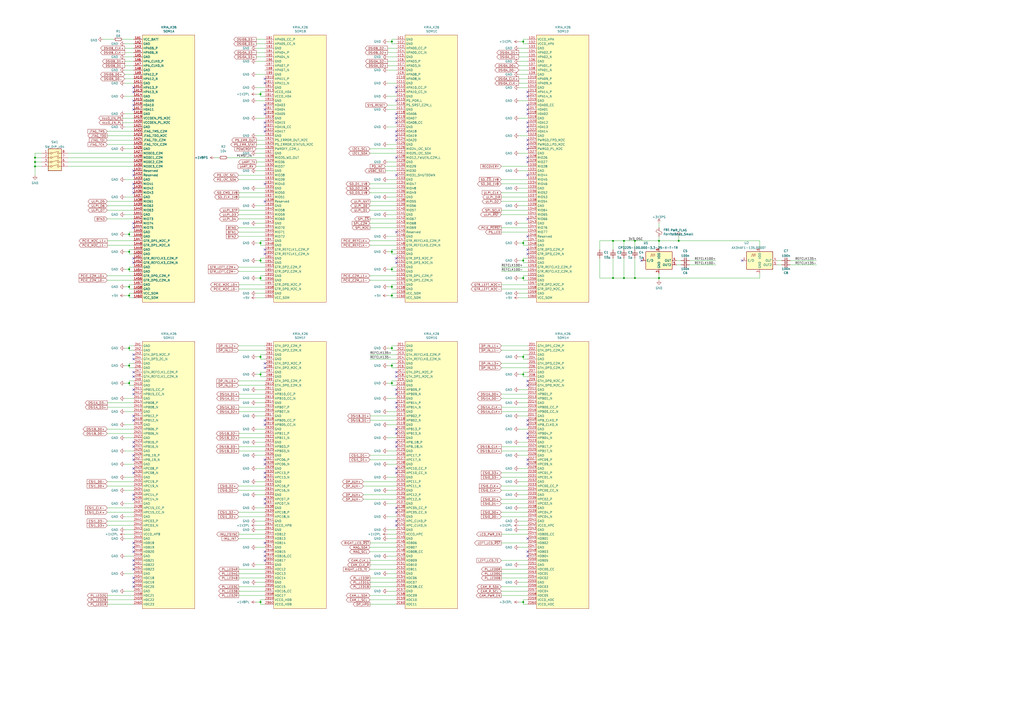
<source format=kicad_sch>
(kicad_sch (version 20211123) (generator eeschema)
  (paper "A2")
  (junction (at 151.13 207.01))
  (junction (at 151.13 140.97))
  (junction (at 382.27 161.29))
  (junction (at 303.53 349.25))
  (junction (at 368.3 139.7))
  (junction (at 227.33 171.45))
  (junction (at 227.33 166.37))
  (junction (at 20.32 93.98))
  (junction (at 151.13 54.61))
  (junction (at 151.13 349.25))
  (junction (at 227.33 24.13))
  (junction (at 151.13 151.13))
  (junction (at 303.53 217.17))
  (junction (at 227.33 222.25))
  (junction (at 74.93 156.21))
  (junction (at 74.93 222.25))
  (junction (at 303.53 151.13))
  (junction (at 303.53 140.97))
  (junction (at 303.53 161.29))
  (junction (at 227.33 212.09))
  (junction (at 368.3 161.29))
  (junction (at 355.6 161.29))
  (junction (at 303.53 24.13))
  (junction (at 355.6 139.7))
  (junction (at 361.95 161.29))
  (junction (at 151.13 161.29))
  (junction (at 227.33 156.21))
  (junction (at 74.93 212.09))
  (junction (at 151.13 217.17))
  (junction (at 20.32 96.52))
  (junction (at 74.93 171.45))
  (junction (at 393.7 139.7))
  (junction (at 303.53 207.01))
  (junction (at 74.93 135.89))
  (junction (at 20.32 91.44))
  (junction (at 361.95 139.7))
  (junction (at 382.27 139.7))
  (junction (at 74.93 166.37))
  (junction (at 227.33 146.05))
  (junction (at 74.93 201.93))
  (junction (at 74.93 146.05))
  (junction (at 227.33 201.93))
  (no_connect (at 153.67 243.84))
  (no_connect (at 77.47 264.16))
  (no_connect (at 153.67 210.82))
  (no_connect (at 77.47 320.04))
  (no_connect (at 77.47 243.84))
  (no_connect (at 306.07 243.84))
  (no_connect (at 306.07 251.46))
  (no_connect (at 77.47 106.68))
  (no_connect (at 77.47 317.5))
  (no_connect (at 229.87 248.92))
  (no_connect (at 77.47 218.44))
  (no_connect (at 153.67 116.84))
  (no_connect (at 306.07 147.32))
  (no_connect (at 153.67 289.56))
  (no_connect (at 77.47 50.8))
  (no_connect (at 77.47 132.08))
  (no_connect (at 229.87 297.18))
  (no_connect (at 306.07 144.78))
  (no_connect (at 229.87 101.6))
  (no_connect (at 306.07 76.2))
  (no_connect (at 77.47 149.86))
  (no_connect (at 153.67 73.66))
  (no_connect (at 153.67 66.04))
  (no_connect (at 153.67 292.1))
  (no_connect (at 306.07 91.44))
  (no_connect (at 372.11 151.13))
  (no_connect (at 77.47 266.7))
  (no_connect (at 229.87 215.9))
  (no_connect (at 153.67 322.58))
  (no_connect (at 229.87 218.44))
  (no_connect (at 229.87 228.6))
  (no_connect (at 229.87 226.06))
  (no_connect (at 229.87 236.22))
  (no_connect (at 306.07 93.98))
  (no_connect (at 153.67 320.04))
  (no_connect (at 229.87 271.78))
  (no_connect (at 306.07 254))
  (no_connect (at 229.87 152.4))
  (no_connect (at 306.07 322.58))
  (no_connect (at 153.67 45.72))
  (no_connect (at 153.67 266.7))
  (no_connect (at 153.67 76.2))
  (no_connect (at 229.87 294.64))
  (no_connect (at 306.07 269.24))
  (no_connect (at 229.87 53.34))
  (no_connect (at 229.87 256.54))
  (no_connect (at 306.07 81.28))
  (no_connect (at 153.67 48.26))
  (no_connect (at 77.47 99.06))
  (no_connect (at 229.87 259.08))
  (no_connect (at 77.47 259.08))
  (no_connect (at 153.67 144.78))
  (no_connect (at 77.47 274.32))
  (no_connect (at 77.47 205.74))
  (no_connect (at 77.47 287.02))
  (no_connect (at 77.47 226.06))
  (no_connect (at 153.67 60.96))
  (no_connect (at 77.47 58.42))
  (no_connect (at 229.87 71.12))
  (no_connect (at 306.07 66.04))
  (no_connect (at 77.47 215.9))
  (no_connect (at 153.67 314.96))
  (no_connect (at 229.87 233.68))
  (no_connect (at 229.87 78.74))
  (no_connect (at 77.47 101.6))
  (no_connect (at 77.47 208.28))
  (no_connect (at 306.07 127))
  (no_connect (at 153.67 325.12))
  (no_connect (at 153.67 147.32))
  (no_connect (at 153.67 63.5))
  (no_connect (at 430.53 151.13))
  (no_connect (at 77.47 129.54))
  (no_connect (at 306.07 137.16))
  (no_connect (at 153.67 213.36))
  (no_connect (at 77.47 325.12))
  (no_connect (at 77.47 314.96))
  (no_connect (at 229.87 81.28))
  (no_connect (at 77.47 335.28))
  (no_connect (at 77.47 228.6))
  (no_connect (at 306.07 71.12))
  (no_connect (at 153.67 269.24))
  (no_connect (at 229.87 134.62))
  (no_connect (at 153.67 276.86))
  (no_connect (at 77.47 111.76))
  (no_connect (at 306.07 60.96))
  (no_connect (at 229.87 274.32))
  (no_connect (at 77.47 53.34))
  (no_connect (at 306.07 220.98))
  (no_connect (at 153.67 274.32))
  (no_connect (at 153.67 71.12))
  (no_connect (at 306.07 101.6))
  (no_connect (at 229.87 50.8))
  (no_connect (at 77.47 327.66))
  (no_connect (at 229.87 304.8))
  (no_connect (at 306.07 312.42))
  (no_connect (at 229.87 302.26))
  (no_connect (at 77.47 340.36))
  (no_connect (at 306.07 320.04))
  (no_connect (at 229.87 68.58))
  (no_connect (at 306.07 83.82))
  (no_connect (at 306.07 73.66))
  (no_connect (at 77.47 109.22))
  (no_connect (at 229.87 149.86))
  (no_connect (at 229.87 76.2))
  (no_connect (at 153.67 246.38))
  (no_connect (at 229.87 58.42))
  (no_connect (at 306.07 63.5))
  (no_connect (at 229.87 66.04))
  (no_connect (at 306.07 55.88))
  (no_connect (at 229.87 91.44))
  (no_connect (at 77.47 152.4))
  (no_connect (at 77.47 63.5))
  (no_connect (at 77.47 60.96))
  (no_connect (at 306.07 53.34))
  (no_connect (at 77.47 241.3))
  (no_connect (at 306.07 246.38))
  (no_connect (at 77.47 337.82))
  (no_connect (at 306.07 86.36))
  (no_connect (at 153.67 106.68))
  (no_connect (at 77.47 256.54))
  (no_connect (at 77.47 289.56))
  (no_connect (at 306.07 223.52))
  (no_connect (at 77.47 271.78))
  (no_connect (at 229.87 251.46))
  (no_connect (at 306.07 266.7))
  (no_connect (at 77.47 330.2))
  (wire (pts (xy 72.39 201.93) (xy 74.93 201.93)))
  (wire (pts (xy 138.43 281.94) (xy 153.67 281.94)))
  (wire (pts (xy 224.79 30.48) (xy 229.87 30.48)))
  (wire (pts (xy 138.43 251.46) (xy 153.67 251.46)))
  (wire (pts (xy 20.32 93.98) (xy 24.13 93.98)))
  (wire (pts (xy 151.13 350.52) (xy 151.13 349.25)))
  (wire (pts (xy 290.83 124.46) (xy 306.07 124.46)))
  (wire (pts (xy 303.53 160.02) (xy 306.07 160.02)))
  (wire (pts (xy 224.79 292.1) (xy 229.87 292.1)))
  (wire (pts (xy 300.99 45.72) (xy 306.07 45.72)))
  (wire (pts (xy 227.33 210.82) (xy 229.87 210.82)))
  (wire (pts (xy 151.13 215.9) (xy 153.67 215.9)))
  (wire (pts (xy 303.53 350.52) (xy 303.53 349.25)))
  (wire (pts (xy 224.79 269.24) (xy 229.87 269.24)))
  (wire (pts (xy 72.39 30.48) (xy 77.47 30.48)))
  (wire (pts (xy 148.59 307.34) (xy 153.67 307.34)))
  (wire (pts (xy 214.63 109.22) (xy 229.87 109.22)))
  (wire (pts (xy 290.83 200.66) (xy 306.07 200.66)))
  (wire (pts (xy 148.59 54.61) (xy 151.13 54.61)))
  (wire (pts (xy 71.12 68.58) (xy 77.47 68.58)))
  (wire (pts (xy 290.83 276.86) (xy 306.07 276.86)))
  (wire (pts (xy 227.33 166.37) (xy 227.33 167.64)))
  (wire (pts (xy 153.67 350.52) (xy 151.13 350.52)))
  (wire (pts (xy 74.93 144.78) (xy 74.93 146.05)))
  (wire (pts (xy 214.63 160.02) (xy 229.87 160.02)))
  (wire (pts (xy 148.59 337.82) (xy 153.67 337.82)))
  (wire (pts (xy 74.93 223.52) (xy 74.93 222.25)))
  (wire (pts (xy 148.59 279.4) (xy 153.67 279.4)))
  (wire (pts (xy 210.82 287.02) (xy 229.87 287.02)))
  (wire (pts (xy 227.33 201.93) (xy 227.33 200.66)))
  (wire (pts (xy 62.23 160.02) (xy 77.47 160.02)))
  (wire (pts (xy 72.39 269.24) (xy 77.47 269.24)))
  (wire (pts (xy 214.63 243.84) (xy 229.87 243.84)))
  (wire (pts (xy 290.83 121.92) (xy 306.07 121.92)))
  (wire (pts (xy 224.79 146.05) (xy 227.33 146.05)))
  (wire (pts (xy 382.27 158.75) (xy 382.27 161.29)))
  (wire (pts (xy 72.39 238.76) (xy 77.47 238.76)))
  (wire (pts (xy 303.53 162.56) (xy 303.53 161.29)))
  (wire (pts (xy 148.59 248.92) (xy 153.67 248.92)))
  (wire (pts (xy 148.59 317.5) (xy 153.67 317.5)))
  (wire (pts (xy 290.83 104.14) (xy 306.07 104.14)))
  (wire (pts (xy 303.53 349.25) (xy 303.53 347.98)))
  (wire (pts (xy 214.63 241.3) (xy 229.87 241.3)))
  (wire (pts (xy 72.39 246.38) (xy 77.47 246.38)))
  (wire (pts (xy 224.79 299.72) (xy 229.87 299.72)))
  (wire (pts (xy 368.3 139.7) (xy 361.95 139.7)))
  (wire (pts (xy 148.59 30.48) (xy 153.67 30.48)))
  (wire (pts (xy 151.13 54.61) (xy 151.13 53.34)))
  (wire (pts (xy 306.07 152.4) (xy 303.53 152.4)))
  (wire (pts (xy 148.59 109.22) (xy 153.67 109.22)))
  (wire (pts (xy 290.83 297.18) (xy 306.07 297.18)))
  (wire (pts (xy 214.63 121.92) (xy 229.87 121.92)))
  (wire (pts (xy 300.99 248.92) (xy 306.07 248.92)))
  (wire (pts (xy 290.83 284.48) (xy 306.07 284.48)))
  (wire (pts (xy 355.6 161.29) (xy 361.95 161.29)))
  (wire (pts (xy 214.63 132.08) (xy 229.87 132.08)))
  (wire (pts (xy 392.43 151.13) (xy 394.97 151.13)))
  (wire (pts (xy 290.83 203.2) (xy 306.07 203.2)))
  (wire (pts (xy 368.3 149.86) (xy 368.3 161.29)))
  (wire (pts (xy 138.43 121.92) (xy 153.67 121.92)))
  (wire (pts (xy 62.23 251.46) (xy 77.47 251.46)))
  (wire (pts (xy 300.99 48.26) (xy 306.07 48.26)))
  (wire (pts (xy 62.23 233.68) (xy 77.47 233.68)))
  (wire (pts (xy 138.43 236.22) (xy 153.67 236.22)))
  (wire (pts (xy 39.37 93.98) (xy 77.47 93.98)))
  (wire (pts (xy 290.83 281.94) (xy 306.07 281.94)))
  (wire (pts (xy 62.23 248.92) (xy 77.47 248.92)))
  (wire (pts (xy 151.13 217.17) (xy 151.13 218.44)))
  (wire (pts (xy 347.98 161.29) (xy 355.6 161.29)))
  (wire (pts (xy 382.27 161.29) (xy 440.69 161.29)))
  (wire (pts (xy 214.63 350.52) (xy 229.87 350.52)))
  (wire (pts (xy 138.43 165.1) (xy 153.67 165.1)))
  (wire (pts (xy 224.79 35.56) (xy 229.87 35.56)))
  (wire (pts (xy 138.43 157.48) (xy 153.67 157.48)))
  (wire (pts (xy 72.39 104.14) (xy 77.47 104.14)))
  (wire (pts (xy 148.59 151.13) (xy 151.13 151.13)))
  (wire (pts (xy 392.43 153.67) (xy 394.97 153.67)))
  (wire (pts (xy 300.99 327.66) (xy 306.07 327.66)))
  (wire (pts (xy 290.83 111.76) (xy 306.07 111.76)))
  (wire (pts (xy 74.93 213.36) (xy 74.93 212.09)))
  (wire (pts (xy 72.39 299.72) (xy 77.47 299.72)))
  (wire (pts (xy 138.43 231.14) (xy 153.67 231.14)))
  (wire (pts (xy 39.37 96.52) (xy 77.47 96.52)))
  (wire (pts (xy 347.98 139.7) (xy 347.98 144.78)))
  (wire (pts (xy 300.99 50.8) (xy 306.07 50.8)))
  (wire (pts (xy 303.53 218.44) (xy 303.53 217.17)))
  (wire (pts (xy 138.43 238.76) (xy 153.67 238.76)))
  (wire (pts (xy 300.99 304.8) (xy 306.07 304.8)))
  (wire (pts (xy 148.59 22.86) (xy 153.67 22.86)))
  (wire (pts (xy 74.93 220.98) (xy 77.47 220.98)))
  (wire (pts (xy 138.43 330.2) (xy 153.67 330.2)))
  (wire (pts (xy 138.43 124.46) (xy 153.67 124.46)))
  (wire (pts (xy 224.79 166.37) (xy 227.33 166.37)))
  (wire (pts (xy 300.99 40.64) (xy 306.07 40.64)))
  (wire (pts (xy 382.27 139.7) (xy 368.3 139.7)))
  (wire (pts (xy 450.85 153.67) (xy 453.39 153.67)))
  (wire (pts (xy 153.67 55.88) (xy 151.13 55.88)))
  (wire (pts (xy 62.23 236.22) (xy 77.47 236.22)))
  (wire (pts (xy 290.83 261.62) (xy 306.07 261.62)))
  (wire (pts (xy 227.33 222.25) (xy 227.33 220.98)))
  (wire (pts (xy 229.87 154.94) (xy 227.33 154.94)))
  (wire (pts (xy 214.63 162.56) (xy 229.87 162.56)))
  (wire (pts (xy 300.99 78.74) (xy 306.07 78.74)))
  (wire (pts (xy 227.33 24.13) (xy 227.33 22.86)))
  (wire (pts (xy 74.93 154.94) (xy 74.93 156.21)))
  (wire (pts (xy 138.43 345.44) (xy 153.67 345.44)))
  (wire (pts (xy 290.83 292.1) (xy 306.07 292.1)))
  (wire (pts (xy 72.39 35.56) (xy 77.47 35.56)))
  (wire (pts (xy 151.13 347.98) (xy 153.67 347.98)))
  (wire (pts (xy 368.3 139.7) (xy 368.3 144.78)))
  (wire (pts (xy 224.79 38.1) (xy 229.87 38.1)))
  (wire (pts (xy 290.83 345.44) (xy 306.07 345.44)))
  (wire (pts (xy 148.59 294.64) (xy 153.67 294.64)))
  (wire (pts (xy 138.43 200.66) (xy 153.67 200.66)))
  (wire (pts (xy 224.79 137.16) (xy 229.87 137.16)))
  (wire (pts (xy 214.63 327.66) (xy 229.87 327.66)))
  (wire (pts (xy 74.93 212.09) (xy 74.93 210.82)))
  (wire (pts (xy 214.63 127) (xy 229.87 127)))
  (wire (pts (xy 303.53 151.13) (xy 303.53 149.86)))
  (wire (pts (xy 300.99 337.82) (xy 306.07 337.82)))
  (wire (pts (xy 227.33 144.78) (xy 227.33 146.05)))
  (wire (pts (xy 227.33 203.2) (xy 229.87 203.2)))
  (wire (pts (xy 138.43 223.52) (xy 153.67 223.52)))
  (wire (pts (xy 138.43 309.88) (xy 153.67 309.88)))
  (wire (pts (xy 74.93 210.82) (xy 77.47 210.82)))
  (wire (pts (xy 306.07 350.52) (xy 303.53 350.52)))
  (wire (pts (xy 20.32 93.98) (xy 20.32 96.52)))
  (wire (pts (xy 224.79 124.46) (xy 229.87 124.46)))
  (wire (pts (xy 62.23 304.8) (xy 77.47 304.8)))
  (wire (pts (xy 151.13 55.88) (xy 151.13 54.61)))
  (wire (pts (xy 306.07 25.4) (xy 303.53 25.4)))
  (wire (pts (xy 306.07 154.94) (xy 290.83 154.94)))
  (wire (pts (xy 290.83 325.12) (xy 306.07 325.12)))
  (wire (pts (xy 151.13 142.24) (xy 153.67 142.24)))
  (wire (pts (xy 20.32 96.52) (xy 20.32 101.6)))
  (wire (pts (xy 214.63 88.9) (xy 229.87 88.9)))
  (wire (pts (xy 151.13 152.4) (xy 153.67 152.4)))
  (wire (pts (xy 300.99 256.54) (xy 306.07 256.54)))
  (wire (pts (xy 300.99 170.18) (xy 306.07 170.18)))
  (wire (pts (xy 224.79 312.42) (xy 229.87 312.42)))
  (wire (pts (xy 224.79 254) (xy 229.87 254)))
  (wire (pts (xy 229.87 25.4) (xy 227.33 25.4)))
  (wire (pts (xy 300.99 119.38) (xy 306.07 119.38)))
  (wire (pts (xy 440.69 143.51) (xy 440.69 139.7)))
  (wire (pts (xy 214.63 345.44) (xy 229.87 345.44)))
  (wire (pts (xy 138.43 114.3) (xy 153.67 114.3)))
  (wire (pts (xy 224.79 246.38) (xy 229.87 246.38)))
  (wire (pts (xy 227.33 25.4) (xy 227.33 24.13)))
  (wire (pts (xy 148.59 140.97) (xy 151.13 140.97)))
  (wire (pts (xy 72.39 261.62) (xy 77.47 261.62)))
  (wire (pts (xy 151.13 207.01) (xy 151.13 208.28)))
  (wire (pts (xy 72.39 86.36) (xy 77.47 86.36)))
  (wire (pts (xy 74.93 201.93) (xy 74.93 200.66)))
  (wire (pts (xy 151.13 162.56) (xy 153.67 162.56)))
  (wire (pts (xy 153.67 160.02) (xy 151.13 160.02)))
  (wire (pts (xy 300.99 307.34) (xy 306.07 307.34)))
  (wire (pts (xy 290.83 289.56) (xy 306.07 289.56)))
  (wire (pts (xy 72.39 124.46) (xy 77.47 124.46)))
  (wire (pts (xy 77.47 167.64) (xy 74.93 167.64)))
  (wire (pts (xy 300.99 226.06) (xy 306.07 226.06)))
  (wire (pts (xy 450.85 151.13) (xy 453.39 151.13)))
  (wire (pts (xy 290.83 165.1) (xy 306.07 165.1)))
  (wire (pts (xy 290.83 116.84) (xy 306.07 116.84)))
  (wire (pts (xy 77.47 144.78) (xy 74.93 144.78)))
  (wire (pts (xy 148.59 35.56) (xy 153.67 35.56)))
  (wire (pts (xy 214.63 314.96) (xy 229.87 314.96)))
  (wire (pts (xy 458.47 151.13) (xy 473.71 151.13)))
  (wire (pts (xy 224.79 104.14) (xy 229.87 104.14)))
  (wire (pts (xy 62.23 81.28) (xy 77.47 81.28)))
  (wire (pts (xy 74.93 157.48) (xy 77.47 157.48)))
  (wire (pts (xy 227.33 165.1) (xy 227.33 166.37)))
  (wire (pts (xy 39.37 91.44) (xy 77.47 91.44)))
  (wire (pts (xy 229.87 144.78) (xy 227.33 144.78)))
  (wire (pts (xy 214.63 330.2) (xy 229.87 330.2)))
  (wire (pts (xy 303.53 149.86) (xy 306.07 149.86)))
  (wire (pts (xy 148.59 256.54) (xy 153.67 256.54)))
  (wire (pts (xy 303.53 140.97) (xy 303.53 139.7)))
  (wire (pts (xy 72.39 55.88) (xy 77.47 55.88)))
  (wire (pts (xy 62.23 83.82) (xy 77.47 83.82)))
  (wire (pts (xy 214.63 337.82) (xy 229.87 337.82)))
  (wire (pts (xy 72.39 292.1) (xy 77.47 292.1)))
  (wire (pts (xy 300.99 27.94) (xy 306.07 27.94)))
  (wire (pts (xy 382.27 139.7) (xy 382.27 143.51)))
  (wire (pts (xy 72.39 114.3) (xy 77.47 114.3)))
  (wire (pts (xy 306.07 218.44) (xy 303.53 218.44)))
  (wire (pts (xy 148.59 287.02) (xy 153.67 287.02)))
  (wire (pts (xy 72.39 322.58) (xy 77.47 322.58)))
  (wire (pts (xy 300.99 99.06) (xy 306.07 99.06)))
  (wire (pts (xy 138.43 297.18) (xy 153.67 297.18)))
  (wire (pts (xy 214.63 142.24) (xy 229.87 142.24)))
  (wire (pts (xy 300.99 35.56) (xy 306.07 35.56)))
  (wire (pts (xy 62.23 345.44) (xy 77.47 345.44)))
  (wire (pts (xy 227.33 223.52) (xy 229.87 223.52)))
  (wire (pts (xy 138.43 127) (xy 153.67 127)))
  (wire (pts (xy 290.83 299.72) (xy 306.07 299.72)))
  (wire (pts (xy 62.23 119.38) (xy 77.47 119.38)))
  (wire (pts (xy 151.13 53.34) (xy 153.67 53.34)))
  (wire (pts (xy 74.93 222.25) (xy 74.93 220.98)))
  (wire (pts (xy 72.39 27.94) (xy 77.47 27.94)))
  (wire (pts (xy 138.43 167.64) (xy 153.67 167.64)))
  (wire (pts (xy 290.83 332.74) (xy 306.07 332.74)))
  (wire (pts (xy 148.59 241.3) (xy 153.67 241.3)))
  (wire (pts (xy 138.43 340.36) (xy 153.67 340.36)))
  (wire (pts (xy 227.33 201.93) (xy 227.33 203.2)))
  (wire (pts (xy 290.83 114.3) (xy 306.07 114.3)))
  (wire (pts (xy 300.99 43.18) (xy 306.07 43.18)))
  (wire (pts (xy 224.79 201.93) (xy 227.33 201.93)))
  (wire (pts (xy 72.39 342.9) (xy 77.47 342.9)))
  (wire (pts (xy 62.23 347.98) (xy 77.47 347.98)))
  (wire (pts (xy 290.83 236.22) (xy 306.07 236.22)))
  (wire (pts (xy 224.79 309.88) (xy 229.87 309.88)))
  (wire (pts (xy 229.87 172.72) (xy 227.33 172.72)))
  (wire (pts (xy 72.39 254) (xy 77.47 254)))
  (wire (pts (xy 138.43 299.72) (xy 153.67 299.72)))
  (wire (pts (xy 300.99 279.4) (xy 306.07 279.4)))
  (wire (pts (xy 224.79 83.82) (xy 229.87 83.82)))
  (wire (pts (xy 72.39 40.64) (xy 77.47 40.64)))
  (wire (pts (xy 214.63 320.04) (xy 229.87 320.04)))
  (wire (pts (xy 138.43 261.62) (xy 153.67 261.62)))
  (wire (pts (xy 355.6 149.86) (xy 355.6 161.29)))
  (wire (pts (xy 151.13 217.17) (xy 151.13 215.9)))
  (wire (pts (xy 148.59 226.06) (xy 153.67 226.06)))
  (wire (pts (xy 214.63 340.36) (xy 229.87 340.36)))
  (wire (pts (xy 224.79 171.45) (xy 227.33 171.45)))
  (wire (pts (xy 303.53 161.29) (xy 303.53 160.02)))
  (wire (pts (xy 72.39 146.05) (xy 74.93 146.05)))
  (wire (pts (xy 74.93 172.72) (xy 74.93 171.45)))
  (wire (pts (xy 62.23 281.94) (xy 77.47 281.94)))
  (wire (pts (xy 72.39 171.45) (xy 74.93 171.45)))
  (wire (pts (xy 214.63 325.12) (xy 229.87 325.12)))
  (wire (pts (xy 148.59 83.82) (xy 153.67 83.82)))
  (wire (pts (xy 303.53 25.4) (xy 303.53 24.13)))
  (wire (pts (xy 227.33 212.09) (xy 227.33 210.82)))
  (wire (pts (xy 300.99 317.5) (xy 306.07 317.5)))
  (wire (pts (xy 74.93 156.21) (xy 74.93 157.48)))
  (wire (pts (xy 72.39 222.25) (xy 74.93 222.25)))
  (wire (pts (xy 227.33 157.48) (xy 229.87 157.48)))
  (wire (pts (xy 306.07 142.24) (xy 303.53 142.24)))
  (wire (pts (xy 290.83 340.36) (xy 306.07 340.36)))
  (wire (pts (xy 303.53 152.4) (xy 303.53 151.13)))
  (wire (pts (xy 210.82 289.56) (xy 229.87 289.56)))
  (wire (pts (xy 138.43 111.76) (xy 153.67 111.76)))
  (wire (pts (xy 74.93 170.18) (xy 77.47 170.18)))
  (wire (pts (xy 224.79 24.13) (xy 227.33 24.13)))
  (wire (pts (xy 382.27 137.16) (xy 382.27 139.7)))
  (wire (pts (xy 62.23 78.74) (xy 77.47 78.74)))
  (wire (pts (xy 300.99 38.1) (xy 306.07 38.1)))
  (wire (pts (xy 62.23 162.56) (xy 77.47 162.56)))
  (wire (pts (xy 148.59 349.25) (xy 151.13 349.25)))
  (wire (pts (xy 300.99 233.68) (xy 306.07 233.68)))
  (wire (pts (xy 72.39 25.4) (xy 77.47 25.4)))
  (wire (pts (xy 224.79 93.98) (xy 229.87 93.98)))
  (wire (pts (xy 303.53 205.74) (xy 306.07 205.74)))
  (wire (pts (xy 400.05 153.67) (xy 415.29 153.67)))
  (wire (pts (xy 382.27 161.29) (xy 382.27 162.56)))
  (wire (pts (xy 77.47 223.52) (xy 74.93 223.52)))
  (wire (pts (xy 148.59 264.16) (xy 153.67 264.16)))
  (wire (pts (xy 300.99 33.02) (xy 306.07 33.02)))
  (wire (pts (xy 303.53 208.28) (xy 303.53 207.01)))
  (wire (pts (xy 72.39 231.14) (xy 77.47 231.14)))
  (wire (pts (xy 71.12 71.12) (xy 77.47 71.12)))
  (wire (pts (xy 151.13 218.44) (xy 153.67 218.44)))
  (wire (pts (xy 224.79 307.34) (xy 229.87 307.34)))
  (wire (pts (xy 148.59 327.66) (xy 153.67 327.66)))
  (wire (pts (xy 224.79 276.86) (xy 229.87 276.86)))
  (wire (pts (xy 74.93 137.16) (xy 77.47 137.16)))
  (wire (pts (xy 290.83 106.68) (xy 306.07 106.68)))
  (wire (pts (xy 300.99 30.48) (xy 306.07 30.48)))
  (wire (pts (xy 290.83 132.08) (xy 306.07 132.08)))
  (wire (pts (xy 227.33 170.18) (xy 229.87 170.18)))
  (wire (pts (xy 148.59 86.36) (xy 153.67 86.36)))
  (wire (pts (xy 20.32 91.44) (xy 20.32 93.98)))
  (wire (pts (xy 148.59 207.01) (xy 151.13 207.01)))
  (wire (pts (xy 290.83 134.62) (xy 306.07 134.62)))
  (wire (pts (xy 229.87 165.1) (xy 227.33 165.1)))
  (wire (pts (xy 214.63 335.28) (xy 229.87 335.28)))
  (wire (pts (xy 300.99 151.13) (xy 303.53 151.13)))
  (wire (pts (xy 300.99 68.58) (xy 306.07 68.58)))
  (wire (pts (xy 72.39 309.88) (xy 77.47 309.88)))
  (wire (pts (xy 138.43 220.98) (xy 153.67 220.98)))
  (wire (pts (xy 290.83 309.88) (xy 306.07 309.88)))
  (wire (pts (xy 72.39 73.66) (xy 77.47 73.66)))
  (wire (pts (xy 153.67 149.86) (xy 151.13 149.86)))
  (wire (pts (xy 214.63 106.68) (xy 229.87 106.68)))
  (wire (pts (xy 224.79 40.64) (xy 229.87 40.64)))
  (wire (pts (xy 74.93 165.1) (xy 77.47 165.1)))
  (wire (pts (xy 20.32 96.52) (xy 24.13 96.52)))
  (wire (pts (xy 393.7 139.7) (xy 440.69 139.7)))
  (wire (pts (xy 227.33 171.45) (xy 227.33 170.18)))
  (wire (pts (xy 72.39 66.04) (xy 77.47 66.04)))
  (wire (pts (xy 148.59 58.42) (xy 153.67 58.42)))
  (wire (pts (xy 74.93 135.89) (xy 74.93 137.16)))
  (wire (pts (xy 300.99 271.78) (xy 306.07 271.78)))
  (wire (pts (xy 303.53 207.01) (xy 303.53 205.74)))
  (wire (pts (xy 393.7 137.16) (xy 393.7 139.7)))
  (wire (pts (xy 214.63 119.38) (xy 229.87 119.38)))
  (wire (pts (xy 138.43 259.08) (xy 153.67 259.08)))
  (wire (pts (xy 300.99 241.3) (xy 306.07 241.3)))
  (wire (pts (xy 148.59 33.02) (xy 153.67 33.02)))
  (wire (pts (xy 224.79 48.26) (xy 229.87 48.26)))
  (wire (pts (xy 72.39 43.18) (xy 77.47 43.18)))
  (wire (pts (xy 124.46 91.44) (xy 127 91.44)))
  (wire (pts (xy 148.59 161.29) (xy 151.13 161.29)))
  (wire (pts (xy 74.93 166.37) (xy 74.93 165.1)))
  (wire (pts (xy 224.79 231.14) (xy 229.87 231.14)))
  (wire (pts (xy 77.47 213.36) (xy 74.93 213.36)))
  (wire (pts (xy 148.59 304.8) (xy 153.67 304.8)))
  (wire (pts (xy 290.83 238.76) (xy 306.07 238.76)))
  (wire (pts (xy 148.59 119.38) (xy 153.67 119.38)))
  (wire (pts (xy 148.59 50.8) (xy 153.67 50.8)))
  (wire (pts (xy 458.47 153.67) (xy 473.71 153.67)))
  (wire (pts (xy 382.27 129.54) (xy 382.27 132.08)))
  (wire (pts (xy 214.63 116.84) (xy 229.87 116.84)))
  (wire (pts (xy 151.13 139.7) (xy 151.13 140.97)))
  (wire (pts (xy 62.23 142.24) (xy 77.47 142.24)))
  (wire (pts (xy 210.82 279.4) (xy 229.87 279.4)))
  (wire (pts (xy 62.23 139.7) (xy 77.47 139.7)))
  (wire (pts (xy 224.79 212.09) (xy 227.33 212.09)))
  (wire (pts (xy 290.83 231.14) (xy 306.07 231.14)))
  (wire (pts (xy 138.43 332.74) (xy 153.67 332.74)))
  (wire (pts (xy 62.23 76.2) (xy 77.47 76.2)))
  (wire (pts (xy 223.52 99.06) (xy 229.87 99.06)))
  (wire (pts (xy 224.79 27.94) (xy 229.87 27.94)))
  (wire (pts (xy 214.63 205.74) (xy 229.87 205.74)))
  (wire (pts (xy 227.33 220.98) (xy 229.87 220.98)))
  (wire (pts (xy 72.39 332.74) (xy 77.47 332.74)))
  (wire (pts (xy 227.33 156.21) (xy 227.33 157.48)))
  (wire (pts (xy 347.98 149.86) (xy 347.98 161.29)))
  (wire (pts (xy 77.47 172.72) (xy 74.93 172.72)))
  (wire (pts (xy 151.13 161.29) (xy 151.13 162.56)))
  (wire (pts (xy 148.59 25.4) (xy 153.67 25.4)))
  (wire (pts (xy 303.53 142.24) (xy 303.53 140.97)))
  (wire (pts (xy 72.39 33.02) (xy 77.47 33.02)))
  (wire (pts (xy 72.39 48.26) (xy 77.47 48.26)))
  (wire (pts (xy 224.79 63.5) (xy 229.87 63.5)))
  (wire (pts (xy 300.99 172.72) (xy 306.07 172.72)))
  (wire (pts (xy 72.39 284.48) (xy 77.47 284.48)))
  (wire (pts (xy 20.32 88.9) (xy 20.32 91.44)))
  (wire (pts (xy 72.39 312.42) (xy 77.47 312.42)))
  (wire (pts (xy 440.69 158.75) (xy 440.69 161.29)))
  (wire (pts (xy 72.39 166.37) (xy 74.93 166.37)))
  (wire (pts (xy 227.33 147.32) (xy 229.87 147.32)))
  (wire (pts (xy 306.07 157.48) (xy 290.83 157.48)))
  (wire (pts (xy 400.05 151.13) (xy 415.29 151.13)))
  (wire (pts (xy 227.33 167.64) (xy 229.87 167.64)))
  (wire (pts (xy 290.83 213.36) (xy 306.07 213.36)))
  (wire (pts (xy 148.59 78.74) (xy 153.67 78.74)))
  (wire (pts (xy 74.93 200.66) (xy 77.47 200.66)))
  (wire (pts (xy 138.43 101.6) (xy 153.67 101.6)))
  (wire (pts (xy 227.33 222.25) (xy 227.33 223.52)))
  (wire (pts (xy 138.43 132.08) (xy 153.67 132.08)))
  (wire (pts (xy 300.99 109.22) (xy 306.07 109.22)))
  (wire (pts (xy 393.7 139.7) (xy 382.27 139.7)))
  (wire (pts (xy 290.83 96.52) (xy 306.07 96.52)))
  (wire (pts (xy 151.13 160.02) (xy 151.13 161.29)))
  (wire (pts (xy 151.13 208.28) (xy 153.67 208.28)))
  (wire (pts (xy 300.99 294.64) (xy 306.07 294.64)))
  (wire (pts (xy 300.99 349.25) (xy 303.53 349.25)))
  (wire (pts (xy 300.99 88.9) (xy 306.07 88.9)))
  (wire (pts (xy 214.63 139.7) (xy 229.87 139.7)))
  (wire (pts (xy 77.47 134.62) (xy 74.93 134.62)))
  (wire (pts (xy 148.59 43.18) (xy 153.67 43.18)))
  (wire (pts (xy 224.79 60.96) (xy 229.87 60.96)))
  (wire (pts (xy 224.79 33.02) (xy 229.87 33.02)))
  (wire (pts (xy 148.59 129.54) (xy 153.67 129.54)))
  (wire (pts (xy 72.39 212.09) (xy 74.93 212.09)))
  (wire (pts (xy 303.53 215.9) (xy 306.07 215.9)))
  (wire (pts (xy 62.23 302.26) (xy 77.47 302.26)))
  (wire (pts (xy 20.32 91.44) (xy 24.13 91.44)))
  (wire (pts (xy 72.39 45.72) (xy 77.47 45.72)))
  (wire (pts (xy 138.43 134.62) (xy 153.67 134.62)))
  (wire (pts (xy 148.59 172.72) (xy 153.67 172.72)))
  (wire (pts (xy 224.79 55.88) (xy 229.87 55.88)))
  (wire (pts (xy 62.23 127) (xy 77.47 127)))
  (wire (pts (xy 300.99 24.13) (xy 303.53 24.13)))
  (wire (pts (xy 224.79 332.74) (xy 229.87 332.74)))
  (wire (pts (xy 223.52 96.52) (xy 229.87 96.52)))
  (wire (pts (xy 214.63 264.16) (xy 229.87 264.16)))
  (wire (pts (xy 72.39 276.86) (xy 77.47 276.86)))
  (wire (pts (xy 138.43 137.16) (xy 153.67 137.16)))
  (wire (pts (xy 138.43 335.28) (xy 153.67 335.28)))
  (wire (pts (xy 227.33 212.09) (xy 227.33 213.36)))
  (wire (pts (xy 148.59 99.06) (xy 153.67 99.06)))
  (wire (pts (xy 306.07 162.56) (xy 303.53 162.56)))
  (wire (pts (xy 214.63 347.98) (xy 229.87 347.98)))
  (wire (pts (xy 62.23 294.64) (xy 77.47 294.64)))
  (wire (pts (xy 227.33 213.36) (xy 229.87 213.36)))
  (wire (pts (xy 300.99 161.29) (xy 303.53 161.29)))
  (wire (pts (xy 224.79 284.48) (xy 229.87 284.48)))
  (wire (pts (xy 132.08 91.44) (xy 153.67 91.44)))
  (wire (pts (xy 74.93 171.45) (xy 74.93 170.18)))
  (wire (pts (xy 138.43 312.42) (xy 153.67 312.42)))
  (wire (pts (xy 300.99 217.17) (xy 303.53 217.17)))
  (wire (pts (xy 300.99 58.42) (xy 306.07 58.42)))
  (wire (pts (xy 214.63 111.76) (xy 229.87 111.76)))
  (wire (pts (xy 77.47 154.94) (xy 74.93 154.94)))
  (wire (pts (xy 39.37 88.9) (xy 77.47 88.9)))
  (wire (pts (xy 300.99 140.97) (xy 303.53 140.97)))
  (wire (pts (xy 355.6 139.7) (xy 347.98 139.7)))
  (wire (pts (xy 361.95 139.7) (xy 355.6 139.7)))
  (wire (pts (xy 227.33 146.05) (xy 227.33 147.32)))
  (wire (pts (xy 74.93 146.05) (xy 74.93 147.32)))
  (wire (pts (xy 153.67 139.7) (xy 151.13 139.7)))
  (wire (pts (xy 224.79 73.66) (xy 229.87 73.66)))
  (wire (pts (xy 151.13 349.25) (xy 151.13 347.98)))
  (wire (pts (xy 71.12 22.86) (xy 77.47 22.86)))
  (wire (pts (xy 148.59 93.98) (xy 153.67 93.98)))
  (wire (pts (xy 138.43 154.94) (xy 153.67 154.94)))
  (wire (pts (xy 138.43 254) (xy 153.67 254)))
  (wire (pts (xy 300.99 264.16) (xy 306.07 264.16)))
  (wire (pts (xy 290.83 259.08) (xy 306.07 259.08)))
  (wire (pts (xy 214.63 266.7) (xy 229.87 266.7)))
  (wire (pts (xy 138.43 228.6) (xy 153.67 228.6)))
  (wire (pts (xy 303.53 217.17) (xy 303.53 215.9)))
  (wire (pts (xy 300.99 287.02) (xy 306.07 287.02)))
  (wire (pts (xy 148.59 271.78) (xy 153.67 271.78)))
  (wire (pts (xy 59.69 22.86) (xy 66.04 22.86)))
  (wire (pts (xy 72.39 38.1) (xy 77.47 38.1)))
  (wire (pts (xy 62.23 297.18) (xy 77.47 297.18)))
  (wire (pts (xy 361.95 161.29) (xy 368.3 161.29)))
  (wire (pts (xy 148.59 96.52) (xy 153.67 96.52)))
  (wire (pts (xy 24.13 88.9) (xy 20.32 88.9)))
  (wire (pts (xy 72.39 156.21) (xy 74.93 156.21)))
  (wire (pts (xy 148.59 68.58) (xy 153.67 68.58)))
  (wire (pts (xy 214.63 129.54) (xy 229.87 129.54)))
  (wire (pts (xy 210.82 281.94) (xy 229.87 281.94)))
  (wire (pts (xy 138.43 203.2) (xy 153.67 203.2)))
  (wire (pts (xy 214.63 86.36) (xy 229.87 86.36)))
  (wire (pts (xy 214.63 208.28) (xy 229.87 208.28)))
  (wire (pts (xy 77.47 203.2) (xy 74.93 203.2)))
  (wire (pts (xy 290.83 330.2) (xy 306.07 330.2)))
  (wire (pts (xy 138.43 284.48) (xy 153.67 284.48)))
  (wire (pts (xy 355.6 139.7) (xy 355.6 144.78)))
  (wire (pts (xy 151.13 151.13) (xy 151.13 152.4)))
  (wire (pts (xy 62.23 279.4) (xy 77.47 279.4)))
  (wire (pts (xy 361.95 149.86) (xy 361.95 161.29)))
  (wire (pts (xy 300.99 129.54) (xy 306.07 129.54)))
  (wire (pts (xy 138.43 104.14) (xy 153.67 104.14)))
  (wire (pts (xy 303.53 22.86) (xy 306.07 22.86)))
  (wire (pts (xy 214.63 317.5) (xy 229.87 317.5)))
  (wire (pts (xy 148.59 81.28) (xy 153.67 81.28)))
  (wire (pts (xy 74.93 203.2) (xy 74.93 201.93)))
  (wire (pts (xy 224.79 342.9) (xy 229.87 342.9)))
  (wire (pts (xy 290.83 167.64) (xy 306.07 167.64)))
  (wire (pts (xy 303.53 139.7) (xy 306.07 139.7)))
  (wire (pts (xy 227.33 200.66) (xy 229.87 200.66)))
  (wire (pts (xy 224.79 238.76) (xy 229.87 238.76)))
  (wire (pts (xy 290.83 210.82) (xy 306.07 210.82)))
  (wire (pts (xy 290.83 314.96) (xy 306.07 314.96)))
  (wire (pts (xy 290.83 228.6) (xy 306.07 228.6)))
  (wire (pts (xy 151.13 207.01) (xy 151.13 205.74)))
  (wire (pts (xy 224.79 322.58) (xy 229.87 322.58)))
  (wire (pts (xy 72.39 307.34) (xy 77.47 307.34)))
  (wire (pts (xy 290.83 342.9) (xy 306.07 342.9)))
  (wire (pts (xy 148.59 27.94) (xy 153.67 27.94)))
  (wire (pts (xy 148.59 88.9) (xy 153.67 88.9)))
  (wire (pts (xy 151.13 205.74) (xy 153.67 205.74)))
  (wire (pts (xy 227.33 22.86) (xy 229.87 22.86)))
  (wire (pts (xy 148.59 217.17) (xy 151.13 217.17)))
  (wire (pts (xy 74.93 167.64) (xy 74.93 166.37)))
  (wire (pts (xy 300.99 302.26) (xy 306.07 302.26)))
  (wire (pts (xy 151.13 149.86) (xy 151.13 151.13)))
  (wire (pts (xy 148.59 233.68) (xy 153.67 233.68)))
  (wire (pts (xy 74.93 147.32) (xy 77.47 147.32)))
  (wire (pts (xy 62.23 121.92) (xy 77.47 121.92)))
  (wire (pts (xy 290.83 274.32) (xy 306.07 274.32)))
  (wire (pts (xy 148.59 170.18) (xy 153.67 170.18)))
  (wire (pts (xy 306.07 208.28) (xy 303.53 208.28)))
  (wire (pts (xy 74.93 134.62) (xy 74.93 135.89)))
  (wire (pts (xy 148.59 302.26) (xy 153.67 302.26)))
  (wire (pts (xy 151.13 140.97) (xy 151.13 142.24)))
  (wire (pts (xy 62.23 116.84) (xy 77.47 116.84)))
  (wire (pts (xy 224.79 156.21) (xy 227.33 156.21)))
  (wire (pts (xy 227.33 172.72) (xy 227.33 171.45)))
  (wire (pts (xy 72.39 135.89) (xy 74.93 135.89)))
  (wire (pts (xy 224.79 222.25) (xy 227.33 222.25)))
  (wire (pts (xy 224.79 114.3) (xy 229.87 114.3)))
  (wire (pts (xy 290.83 335.28) (xy 306.07 335.28)))
  (wire (pts (xy 361.95 139.7) (xy 361.95 144.78)))
  (wire (pts (xy 303.53 347.98) (xy 306.07 347.98)))
  (wire (pts (xy 368.3 161.29) (xy 382.27 161.29)))
  (wire (pts (xy 224.79 261.62) (xy 229.87 261.62)))
  (wire (pts (xy 300.99 207.01) (xy 303.53 207.01)))
  (wire (pts (xy 138.43 342.9) (xy 153.67 342.9)))
  (wire (pts (xy 227.33 154.94) (xy 227.33 156.21)))
  (wire (pts (xy 62.23 350.52) (xy 77.47 350.52)))
  (wire (pts (xy 303.53 24.13) (xy 303.53 22.86)))
  (label "3V3_OSC" (at 364.49 139.7 0))
  (label "REFCLK135+" (at 473.71 151.13 180))
  (label "REFCLK100-" (at 290.83 157.48 0))
  (label "REFCLK135+" (at 214.63 205.74 0))
  (label "PERST_IN" (at 137.16 91.44 0))
  (label "REFCLK100-" (at 415.29 153.67 180))
  (label "REFCLK135-" (at 214.63 208.28 0))
  (label "REFCLK100+" (at 415.29 151.13 180))
  (label "REFCLK100+" (at 290.83 154.94 0))
  (label "REFCLK135-" (at 473.71 153.67 180))
  (global_label "IMU_INT" (shape input) (at 138.43 312.42 180) (property "Intersheet References" "${INTERSHEET_REFS}" (effects hide)))
  (global_label "VccO_EN_PS" (shape output) (at 71.12 68.58 180) (property "Intersheet References" "${INTERSHEET_REFS}" (effects hide)))
  (global_label "CSI0_CLK+" (shape input) (at 290.83 281.94 180) (property "Intersheet References" "${INTERSHEET_REFS}" (effects hide)))
  (global_label "DSI1A_D3-" (shape output) (at 62.23 233.68 180) (property "Intersheet References" "${INTERSHEET_REFS}" (effects hide)))
  (global_label "PS_LED" (shape output) (at 290.83 134.62 180) (property "Intersheet References" "${INTERSHEET_REFS}" (effects hide)))
  (global_label "GTR_LEFT_C2M+" (shape input) (at 138.43 154.94 180) (property "Intersheet References" "${INTERSHEET_REFS}" (effects hide)))
  (global_label "UART_TX" (shape output) (at 148.59 93.98 180) (property "Intersheet References" "${INTERSHEET_REFS}" (effects hide)))
  (global_label "CSI1_D3-" (shape input) (at 62.23 302.26 180) (property "Intersheet References" "${INTERSHEET_REFS}" (effects hide)))
  (global_label "DP_IN_L1+" (shape input) (at 290.83 200.66 180) (property "Intersheet References" "${INTERSHEET_REFS}" (effects hide)))
  (global_label "DSI0B_D2-" (shape output) (at 224.79 27.94 180) (property "Intersheet References" "${INTERSHEET_REFS}" (effects hide)))
  (global_label "ULPI_D4" (shape bidirectional) (at 138.43 127 180) (property "Intersheet References" "${INTERSHEET_REFS}" (effects hide)))
  (global_label "DP_IN_L3+" (shape input) (at 290.83 210.82 180) (property "Intersheet References" "${INTERSHEET_REFS}" (effects hide)))
  (global_label "USBC_SEL" (shape output) (at 223.52 99.06 180) (property "Intersheet References" "${INTERSHEET_REFS}" (effects hide)))
  (global_label "PD_I2C_SCL" (shape bidirectional) (at 138.43 101.6 180) (property "Intersheet References" "${INTERSHEET_REFS}" (effects hide)))
  (global_label "CSI0_D2-" (shape input) (at 138.43 284.48 180) (property "Intersheet References" "${INTERSHEET_REFS}" (effects hide)))
  (global_label "CSI1_CLK-" (shape input) (at 62.23 294.64 180) (property "Intersheet References" "${INTERSHEET_REFS}" (effects hide)))
  (global_label "JTAG_TMS" (shape input) (at 62.23 76.2 180) (property "Intersheet References" "${INTERSHEET_REFS}" (effects hide)))
  (global_label "DSI1A_CLK-" (shape output) (at 290.83 236.22 180) (property "Intersheet References" "${INTERSHEET_REFS}" (effects hide)))
  (global_label "ULPI_D3" (shape bidirectional) (at 138.43 124.46 180) (property "Intersheet References" "${INTERSHEET_REFS}" (effects hide)))
  (global_label "POWEROFF" (shape input) (at 148.59 86.36 180) (property "Intersheet References" "${INTERSHEET_REFS}" (effects hide)))
  (global_label "ULPI_DIR" (shape output) (at 290.83 114.3 180) (property "Intersheet References" "${INTERSHEET_REFS}" (effects hide)))
  (global_label "CSI0_D1+" (shape input) (at 290.83 289.56 180) (property "Intersheet References" "${INTERSHEET_REFS}" (effects hide)))
  (global_label "DSI1B_CLK-" (shape output) (at 290.83 259.08 180) (property "Intersheet References" "${INTERSHEET_REFS}" (effects hide)))
  (global_label "PL_LED3R" (shape output) (at 214.63 335.28 180) (property "Intersheet References" "${INTERSHEET_REFS}" (effects hide)))
  (global_label "ULPI_D6" (shape bidirectional) (at 62.23 119.38 180) (property "Intersheet References" "${INTERSHEET_REFS}" (effects hide)))
  (global_label "DP_IN_L2-" (shape input) (at 138.43 203.2 180) (property "Intersheet References" "${INTERSHEET_REFS}" (effects hide)))
  (global_label "CAM_CLK_R" (shape output) (at 214.63 327.66 180) (property "Intersheet References" "${INTERSHEET_REFS}" (effects hide)))
  (global_label "SPI_SCLK" (shape output) (at 290.83 121.92 180) (property "Intersheet References" "${INTERSHEET_REFS}" (effects hide)))
  (global_label "DSI1B_D3+" (shape output) (at 138.43 261.62 180) (property "Intersheet References" "${INTERSHEET_REFS}" (effects hide)))
  (global_label "CAM_PWR_EN" (shape output) (at 290.83 345.44 180) (property "Intersheet References" "${INTERSHEET_REFS}" (effects hide)))
  (global_label "CSI0_D3+" (shape input) (at 290.83 274.32 180) (property "Intersheet References" "${INTERSHEET_REFS}" (effects hide)))
  (global_label "ULPI_~{RST}" (shape bidirectional) (at 290.83 124.46 180) (property "Intersheet References" "${INTERSHEET_REFS}" (effects hide)))
  (global_label "ULPI_STP" (shape output) (at 138.43 121.92 180) (property "Intersheet References" "${INTERSHEET_REFS}" (effects hide)))
  (global_label "CAM_R_SDA" (shape bidirectional) (at 290.83 340.36 180) (property "Intersheet References" "${INTERSHEET_REFS}" (effects hide)))
  (global_label "PL_LED1G" (shape output) (at 214.63 337.82 180) (property "Intersheet References" "${INTERSHEET_REFS}" (effects hide)))
  (global_label "DSI0A_CLK-" (shape output) (at 300.99 48.26 180) (property "Intersheet References" "${INTERSHEET_REFS}" (effects hide)))
  (global_label "ULPI_D1" (shape bidirectional) (at 214.63 121.92 180) (property "Intersheet References" "${INTERSHEET_REFS}" (effects hide)))
  (global_label "DSI1B_D1-" (shape output) (at 214.63 243.84 180) (property "Intersheet References" "${INTERSHEET_REFS}" (effects hide)))
  (global_label "PCIE_M2C_L1-" (shape output) (at 62.23 142.24 180) (property "Intersheet References" "${INTERSHEET_REFS}" (effects hide)))
  (global_label "CSI1_D1-" (shape input) (at 214.63 264.16 180) (property "Intersheet References" "${INTERSHEET_REFS}" (effects hide)))
  (global_label "RIGHT_LCD_~{RST}" (shape output) (at 214.63 314.96 180) (property "Intersheet References" "${INTERSHEET_REFS}" (effects hide)))
  (global_label "DSI0B_D2+" (shape output) (at 224.79 30.48 180) (property "Intersheet References" "${INTERSHEET_REFS}" (effects hide)))
  (global_label "CSI0_D1-" (shape input) (at 290.83 292.1 180) (property "Intersheet References" "${INTERSHEET_REFS}" (effects hide)))
  (global_label "DSI0B_CLK-" (shape output) (at 72.39 30.48 180) (property "Intersheet References" "${INTERSHEET_REFS}" (effects hide)))
  (global_label "RIGHT_LCD_TE" (shape input) (at 214.63 330.2 180) (property "Intersheet References" "${INTERSHEET_REFS}" (effects hide)))
  (global_label "DSI1A_D3+" (shape output) (at 62.23 236.22 180) (property "Intersheet References" "${INTERSHEET_REFS}" (effects hide)))
  (global_label "DSI0A_D0+" (shape bidirectional) (at 300.99 38.1 180) (property "Intersheet References" "${INTERSHEET_REFS}" (effects hide)))
  (global_label "PD_I2C_SDA" (shape bidirectional) (at 138.43 104.14 180) (property "Intersheet References" "${INTERSHEET_REFS}" (effects hide)))
  (global_label "PL_LED2R" (shape output) (at 138.43 345.44 180) (property "Intersheet References" "${INTERSHEET_REFS}" (effects hide)))
  (global_label "PCIE_M2C_L0+" (shape output) (at 138.43 165.1 180) (property "Intersheet References" "${INTERSHEET_REFS}" (effects hide)))
  (global_label "DP_HPD" (shape output) (at 214.63 350.52 180) (property "Intersheet References" "${INTERSHEET_REFS}" (effects hide)))
  (global_label "DSI1A_CLK+" (shape output) (at 290.83 238.76 180) (property "Intersheet References" "${INTERSHEET_REFS}" (effects hide)))
  (global_label "PL_LED0R" (shape output) (at 290.83 330.2 180) (property "Intersheet References" "${INTERSHEET_REFS}" (effects hide)))
  (global_label "SD_D0_1V8" (shape bidirectional) (at 290.83 106.68 180) (property "Intersheet References" "${INTERSHEET_REFS}" (effects hide)))
  (global_label "SD_~{CD}_1V8" (shape input) (at 290.83 104.14 180) (property "Intersheet References" "${INTERSHEET_REFS}" (effects hide)))
  (global_label "JTAG_TCK" (shape input) (at 62.23 83.82 180) (property "Intersheet References" "${INTERSHEET_REFS}" (effects hide)))
  (global_label "PCIE_C2M_L1-" (shape input) (at 214.63 162.56 180) (property "Intersheet References" "${INTERSHEET_REFS}" (effects hide)))
  (global_label "DSI1A_D1+" (shape output) (at 138.43 228.6 180) (property "Intersheet References" "${INTERSHEET_REFS}" (effects hide)))
  (global_label "PCIE_C2M_L1+" (shape input) (at 214.63 160.02 180) (property "Intersheet References" "${INTERSHEET_REFS}" (effects hide)))
  (global_label "DSI0B_D3-" (shape output) (at 148.59 22.86 180) (property "Intersheet References" "${INTERSHEET_REFS}" (effects hide)))
  (global_label "PL_LED3B" (shape output) (at 138.43 342.9 180) (property "Intersheet References" "${INTERSHEET_REFS}" (effects hide)))
  (global_label "DP_IN_L2+" (shape input) (at 138.43 200.66 180) (property "Intersheet References" "${INTERSHEET_REFS}" (effects hide)))
  (global_label "ULPI_CLK" (shape input) (at 290.83 111.76 180) (property "Intersheet References" "${INTERSHEET_REFS}" (effects hide)))
  (global_label "DSI0B_D0-" (shape bidirectional) (at 72.39 45.72 180) (property "Intersheet References" "${INTERSHEET_REFS}" (effects hide)))
  (global_label "DSI0A_D0-" (shape bidirectional) (at 300.99 40.64 180) (property "Intersheet References" "${INTERSHEET_REFS}" (effects hide)))
  (global_label "DSI1B_D1+" (shape output) (at 214.63 241.3 180) (property "Intersheet References" "${INTERSHEET_REFS}" (effects hide)))
  (global_label "CSI1_CLK+" (shape input) (at 62.23 297.18 180) (property "Intersheet References" "${INTERSHEET_REFS}" (effects hide)))
  (global_label "ULPI_D0" (shape bidirectional) (at 214.63 119.38 180) (property "Intersheet References" "${INTERSHEET_REFS}" (effects hide)))
  (global_label "LEFT_LCD_TE" (shape input) (at 290.83 325.12 180) (property "Intersheet References" "${INTERSHEET_REFS}" (effects hide)))
  (global_label "DSI1B_D2+" (shape output) (at 138.43 254 180) (property "Intersheet References" "${INTERSHEET_REFS}" (effects hide)))
  (global_label "LCD_PWR_EN" (shape output) (at 290.83 309.88 180) (property "Intersheet References" "${INTERSHEET_REFS}" (effects hide)))
  (global_label "PL_LED2G" (shape output) (at 62.23 345.44 180) (property "Intersheet References" "${INTERSHEET_REFS}" (effects hide)))
  (global_label "I2C1_SDA" (shape bidirectional) (at 214.63 88.9 180) (property "Intersheet References" "${INTERSHEET_REFS}" (effects hide)))
  (global_label "DSI0B_CLK+" (shape output) (at 72.39 27.94 180) (property "Intersheet References" "${INTERSHEET_REFS}" (effects hide)))
  (global_label "ULPI_NXT" (shape output) (at 214.63 116.84 180) (property "Intersheet References" "${INTERSHEET_REFS}" (effects hide)))
  (global_label "CSI1_D3+" (shape input) (at 62.23 304.8 180) (property "Intersheet References" "${INTERSHEET_REFS}" (effects hide)))
  (global_label "DP_AUX+" (shape bidirectional) (at 210.82 279.4 180) (property "Intersheet References" "${INTERSHEET_REFS}" (effects hide)))
  (global_label "DSI1B_D3-" (shape output) (at 138.43 259.08 180) (property "Intersheet References" "${INTERSHEET_REFS}" (effects hide)))
  (global_label "MAG_SDA" (shape bidirectional) (at 214.63 317.5 180) (property "Intersheet References" "${INTERSHEET_REFS}" (effects hide)))
  (global_label "CAM_R_SCL" (shape bidirectional) (at 290.83 342.9 180) (property "Intersheet References" "${INTERSHEET_REFS}" (effects hide)))
  (global_label "DSI0A_D1-" (shape output) (at 300.99 33.02 180) (property "Intersheet References" "${INTERSHEET_REFS}" (effects hide)))
  (global_label "PL_LED3G" (shape output) (at 138.43 340.36 180) (property "Intersheet References" "${INTERSHEET_REFS}" (effects hide)))
  (global_label "DSI1B_D0-" (shape bidirectional) (at 62.23 251.46 180) (property "Intersheet References" "${INTERSHEET_REFS}" (effects hide)))
  (global_label "DSI1A_D0+" (shape bidirectional) (at 290.83 228.6 180) (property "Intersheet References" "${INTERSHEET_REFS}" (effects hide)))
  (global_label "CSI1_D1+" (shape input) (at 214.63 266.7 180) (property "Intersheet References" "${INTERSHEET_REFS}" (effects hide)))
  (global_label "BTN0" (shape input) (at 138.43 132.08 180) (property "Intersheet References" "${INTERSHEET_REFS}" (effects hide)))
  (global_label "GTR_LEFT_C2M-" (shape input) (at 138.43 157.48 180) (property "Intersheet References" "${INTERSHEET_REFS}" (effects hide)))
  (global_label "GTR_LEFT_M2C-" (shape output) (at 290.83 167.64 180) (property "Intersheet References" "${INTERSHEET_REFS}" (effects hide)))
  (global_label "SD_CMD_1V8" (shape output) (at 138.43 111.76 180) (property "Intersheet References" "${INTERSHEET_REFS}" (effects hide)))
  (global_label "VccO_EN_PL" (shape output) (at 71.12 71.12 180) (property "Intersheet References" "${INTERSHEET_REFS}" (effects hide)))
  (global_label "DP_IN_L3-" (shape input) (at 290.83 213.36 180) (property "Intersheet References" "${INTERSHEET_REFS}" (effects hide)))
  (global_label "PL_LED4B" (shape output) (at 138.43 335.28 180) (property "Intersheet References" "${INTERSHEET_REFS}" (effects hide)))
  (global_label "SYS_RESET" (shape input) (at 224.79 60.96 180) (property "Intersheet References" "${INTERSHEET_REFS}" (effects hide)))
  (global_label "PCIE_M2C_L0-" (shape output) (at 138.43 167.64 180) (property "Intersheet References" "${INTERSHEET_REFS}" (effects hide)))
  (global_label "DSI0A_D3-" (shape output) (at 148.59 30.48 180) (property "Intersheet References" "${INTERSHEET_REFS}" (effects hide)))
  (global_label "CAM_L_SDA" (shape bidirectional) (at 214.63 345.44 180) (property "Intersheet References" "${INTERSHEET_REFS}" (effects hide)))
  (global_label "CSI1_D0+" (shape input) (at 62.23 281.94 180) (property "Intersheet References" "${INTERSHEET_REFS}" (effects hide)))
  (global_label "CSI0_D2+" (shape input) (at 138.43 281.94 180) (property "Intersheet References" "${INTERSHEET_REFS}" (effects hide)))
  (global_label "IMU_FSYNC" (shape output) (at 138.43 309.88 180) (property "Intersheet References" "${INTERSHEET_REFS}" (effects hide)))
  (global_label "CAM_CLK_L" (shape output) (at 214.63 325.12 180) (property "Intersheet References" "${INTERSHEET_REFS}" (effects hide)))
  (global_label "SD_D2_1V8" (shape bidirectional) (at 214.63 109.22 180) (property "Intersheet References" "${INTERSHEET_REFS}" (effects hide)))
  (global_label "SD_CLK_1V8" (shape output) (at 138.43 114.3 180) (property "Intersheet References" "${INTERSHEET_REFS}" (effects hide)))
  (global_label "SPI_~{CS}" (shape output) (at 214.63 127 180) (property "Intersheet References" "${INTERSHEET_REFS}" (effects hide)))
  (global_label "CSI0_CLK-" (shape input) (at 290.83 284.48 180) (property "Intersheet References" "${INTERSHEET_REFS}" (effects hide)))
  (global_label "JTAG_TDI" (shape input) (at 62.23 81.28 180) (property "Intersheet References" "${INTERSHEET_REFS}" (effects hide)))
  (global_label "DSI0A_D2+" (shape output) (at 224.79 38.1 180) (property "Intersheet References" "${INTERSHEET_REFS}" (effects hide)))
  (global_label "DSI0A_D3+" (shape output) (at 148.59 33.02 180) (property "Intersheet References" "${INTERSHEET_REFS}" (effects hide)))
  (global_label "DSI0A_D1+" (shape output) (at 300.99 30.48 180) (property "Intersheet References" "${INTERSHEET_REFS}" (effects hide)))
  (global_label "ULPI_D7" (shape bidirectional) (at 62.23 121.92 180) (property "Intersheet References" "${INTERSHEET_REFS}" (effects hide)))
  (global_label "CSI0_D0+" (shape input) (at 290.83 297.18 180) (property "Intersheet References" "${INTERSHEET_REFS}" (effects hide)))
  (global_label "UART_RX" (shape input) (at 148.59 96.52 180) (property "Intersheet References" "${INTERSHEET_REFS}" (effects hide)))
  (global_label "ULPI_D2" (shape bidirectional) (at 290.83 116.84 180) (property "Intersheet References" "${INTERSHEET_REFS}" (effects hide)))
  (global_label "PD_INT" (shape input) (at 223.52 96.52 180) (property "Intersheet References" "${INTERSHEET_REFS}" (effects hide)))
  (global_label "DSI1B_D0+" (shape bidirectional) (at 62.23 248.92 180) (property "Intersheet References" "${INTERSHEET_REFS}" (effects hide)))
  (global_label "SD_D3_1V8" (shape bidirectional) (at 214.63 111.76 180) (property "Intersheet References" "${INTERSHEET_REFS}" (effects hide)))
  (global_label "DP_IN_L0+" (shape input) (at 138.43 220.98 180) (property "Intersheet References" "${INTERSHEET_REFS}" (effects hide)))
  (global_label "PCIE_~{PERST}" (shape output) (at 290.83 132.08 180) (property "Intersheet References" "${INTERSHEET_REFS}" (effects hide)))
  (global_label "SD_D1_1V8" (shape bidirectional) (at 214.63 106.68 180) (property "Intersheet References" "${INTERSHEET_REFS}" (effects hide)))
  (global_label "SPI_M2C" (shape output) (at 214.63 132.08 180) (property "Intersheet References" "${INTERSHEET_REFS}" (effects hide)))
  (global_label "BTN3" (shape input) (at 62.23 127 180) (property "Intersheet References" "${INTERSHEET_REFS}" (effects hide)))
  (global_label "BTN2" (shape input) (at 138.43 137.16 180) (property "Intersheet References" "${INTERSHEET_REFS}" (effects hide)))
  (global_label "DP_IN_L1-" (shape input) (at 290.83 203.2 180) (property "Intersheet References" "${INTERSHEET_REFS}" (effects hide)))
  (global_label "DP_AUX+" (shape bidirectional) (at 210.82 287.02 180) (property "Intersheet References" "${INTERSHEET_REFS}" (effects hide)))
  (global_label "DP_AUX-" (shape bidirectional) (at 210.82 289.56 180) (property "Intersheet References" "${INTERSHEET_REFS}" (effects hide)))
  (global_label "BTN1" (shape input) (at 138.43 134.62 180) (property "Intersheet References" "${INTERSHEET_REFS}" (effects hide)))
  (global_label "PCIE_C2M_L0-" (shape input) (at 62.23 162.56 180) (property "Intersheet References" "${INTERSHEET_REFS}" (effects hide)))
  (global_label "CSI0_D3-" (shape input) (at 290.83 276.86 180) (property "Intersheet References" "${INTERSHEET_REFS}" (effects hide)))
  (global_label "DSI1A_D2+" (shape output) (at 138.43 238.76 180) (property "Intersheet References" "${INTERSHEET_REFS}" (effects hide)))
  (global_label "PL_LED4G" (shape output) (at 138.43 332.74 180) (property "Intersheet References" "${INTERSHEET_REFS}" (effects hide)))
  (global_label "DSI0B_D3+" (shape output) (at 148.59 25.4 180) (property "Intersheet References" "${INTERSHEET_REFS}" (effects hide)))
  (global_label "DSI0B_D1-" (shape output) (at 72.39 38.1 180) (property "Intersheet References" "${INTERSHEET_REFS}" (effects hide)))
  (global_label "MAG_SCL" (shape bidirectional) (at 214.63 320.04 180) (property "Intersheet References" "${INTERSHEET_REFS}" (effects hide)))
  (global_label "CSI0_D0-" (shape input) (at 290.83 299.72 180) (property "Intersheet References" "${INTERSHEET_REFS}" (effects hide)))
  (global_label "PCIE_M2C_L1+" (shape output) (at 62.23 139.7 180) (property "Intersheet References" "${INTERSHEET_REFS}" (effects hide)))
  (global_label "CSI1_D2-" (shape input) (at 138.43 297.18 180) (property "Intersheet References" "${INTERSHEET_REFS}" (effects hide)))
  (global_label "DSI1A_D2-" (shape output) (at 138.43 236.22 180) (property "Intersheet References" "${INTERSHEET_REFS}" (effects hide)))
  (global_label "ULPI_D5" (shape bidirectional) (at 62.23 116.84 180) (property "Intersheet References" "${INTERSHEET_REFS}" (effects hide)))
  (global_label "PS_ERR_STAT" (shape output) (at 148.59 83.82 180) (property "Intersheet References" "${INTERSHEET_REFS}" (effects hide)))
  (global_label "PL_LED0B" (shape output) (at 290.83 335.28 180) (property "Intersheet References" "${INTERSHEET_REFS}" (effects hide)))
  (global_label "LEFT_LCD_~{RST}" (shape output) (at 290.83 314.96 180) (property "Intersheet References" "${INTERSHEET_REFS}" (effects hide)))
  (global_label "SPI_C2M" (shape input) (at 214.63 129.54 180) (property "Intersheet References" "${INTERSHEET_REFS}" (effects hide)))
  (global_label "DSI1A_D1-" (shape output) (at 138.43 231.14 180) (property "Intersheet References" "${INTERSHEET_REFS}" (effects hide)))
  (global_label "PCIE_REFCLK+" (shape input) (at 214.63 139.7 180) (property "Intersheet References" "${INTERSHEET_REFS}" (effects hide)))
  (global_label "DSI0B_D0+" (shape bidirectional) (at 72.39 43.18 180) (property "Intersheet References" "${INTERSHEET_REFS}" (effects hide)))
  (global_label "GTR_LEFT_M2C+" (shape output) (at 290.83 165.1 180) (property "Intersheet References" "${INTERSHEET_REFS}" (effects hide)))
  (global_label "DSI1B_CLK+" (shape output) (at 290.83 261.62 180) (property "Intersheet References" "${INTERSHEET_REFS}" (effects hide)))
  (global_label "DP_AUX-" (shape bidirectional) (at 210.82 281.94 180) (property "Intersheet References" "${INTERSHEET_REFS}" (effects hide)))
  (global_label "JTAG_TDO" (shape output) (at 62.23 78.74 180) (property "Intersheet References" "${INTERSHEET_REFS}" (effects hide)))
  (global_label "DSI0B_D1+" (shape output) (at 72.39 35.56 180) (property "Intersheet References" "${INTERSHEET_REFS}" (effects hide)))
  (global_label "DSI0A_CLK+" (shape output) (at 300.99 45.72 180) (property "Intersheet References" "${INTERSHEET_REFS}" (effects hide)))
  (global_label "I2C1_SCL" (shape bidirectional) (at 214.63 86.36 180) (property "Intersheet References" "${INTERSHEET_REFS}" (effects hide)))
  (global_label "PL_LED4R" (shape output) (at 138.43 330.2 180) (property "Intersheet References" "${INTERSHEET_REFS}" (effects hide)))
  (global_label "PL_LED2B" (shape output) (at 62.23 347.98 180) (property "Intersheet References" "${INTERSHEET_REFS}" (effects hide)))
  (global_label "PCIE_C2M_L0+" (shape input) (at 62.23 160.02 180) (property "Intersheet References" "${INTERSHEET_REFS}" (effects hide)))
  (global_label "DSI1B_D2-" (shape output) (at 138.43 251.46 180) (property "Intersheet References" "${INTERSHEET_REFS}" (effects hide)))
  (global_label "RECOVERY" (shape input) (at 290.83 96.52 180) (property "Intersheet References" "${INTERSHEET_REFS}" (effects hide)))
  (global_label "PS_ERR_OUT" (shape output) (at 148.59 81.28 180) (property "Intersheet References" "${INTERSHEET_REFS}" (effects hide)))
  (global_label "PCIE_REFCLK-" (shape input) (at 214.63 142.24 180) (property "Intersheet References" "${INTERSHEET_REFS}" (effects hide)))
  (global_label "CSI1_D0-" (shape input) (at 62.23 279.4 180) (property "Intersheet References" "${INTERSHEET_REFS}" (effects hide)))
  (global_label "DP_IN_L0-" (shape input) (at 138.43 223.52 180) (property "Intersheet References" "${INTERSHEET_REFS}" (effects hide)))
  (global_label "DSI0A_D2-" (shape output) (at 224.79 35.56 180) (property "Intersheet References" "${INTERSHEET_REFS}" (effects hide)))
  (global_label "DSI1A_D0-" (shape bidirectional) (at 290.83 231.14 180) (property "Intersheet References" "${INTERSHEET_REFS}" (effects hide)))
  (global_label "PL_LED1R" (shape output) (at 62.23 350.52 180) (property "Intersheet References" "${INTERSHEET_REFS}" (effects hide)))
  (global_label "PL_LED0G" (shape output) (at 290.83 332.74 180) (property "Intersheet References" "${INTERSHEET_REFS}" (effects hide)))
  (global_label "CAM_L_SCL" (shape bidirectional) (at 214.63 347.98 180) (property "Intersheet References" "${INTERSHEET_REFS}" (effects hide)))
  (global_label "CSI1_D2+" (shape input) (at 138.43 299.72 180) (property "Intersheet References" "${INTERSHEET_REFS}" (effects hide)))
  (global_label "PL_LED1B" (shape output) (at 214.63 340.36 180) (property "Intersheet References" "${INTERSHEET_REFS}" (effects hide)))
  (symbol (lib_id "power:GND") (at 300.99 307.34 270) (unit 1)
    (property "Reference" "#PWR0114" (effects hide))
    (property "Value" "GND" (at 297.18 307.3399 90) (effects (justify right)))
  )
  (symbol (lib_id "power:GND") (at 382.27 162.56 0) (unit 1)
    (property "Reference" "#PWR0225" (effects hide))
    (property "Value" "GND" (at 382.27 167.1224 0))
  )
  (symbol (lib_id "power:GND") (at 148.59 35.56 270) (unit 1)
    (property "Reference" "#PWR0188" (effects hide))
    (property "Value" "GND" (at 144.78 35.5599 90) (effects (justify right)))
  )
  (symbol (lib_id "power:GND") (at 224.79 254 270) (unit 1)
    (property "Reference" "#PWR0147" (effects hide))
    (property "Value" "GND" (at 220.98 253.9999 90) (effects (justify right)))
  )
  (symbol (lib_id "power:GND") (at 148.59 241.3 270) (unit 1)
    (property "Reference" "#PWR0166" (effects hide))
    (property "Value" "GND" (at 144.78 241.2999 90) (effects (justify right)))
  )
  (symbol (lib_id "power:GND") (at 148.59 207.01 270) (unit 1)
    (property "Reference" "#PWR0178" (effects hide))
    (property "Value" "GND" (at 144.78 207.0099 90) (effects (justify right)))
  )
  (symbol (lib_id "power:GND") (at 300.99 279.4 270) (unit 1)
    (property "Reference" "#PWR0117" (effects hide))
    (property "Value" "GND" (at 297.18 279.3999 90) (effects (justify right)))
  )
  (symbol (lib_id "meowality:+1V2PL") (at 148.59 54.61 90) (unit 1)
    (property "Reference" "#PWR0243" (effects hide))
    (property "Value" "+1V2PL" (at 144.78 54.6099 90) (effects (justify left)))
  )
  (symbol (lib_id "Device:C_Small") (at 361.95 147.32 0) (unit 1)
    (property "Reference" "C3" (at 364.2741 146.4115 0) (effects (justify left)))
    (property "Value" "1µ" (at 364.2741 149.1866 0) (effects (justify left)))
    (property "Footprint" "Capacitor_SMD:C_0603_1608Metric" (effects hide))
  )
  (symbol (lib_id "Device:C_Small") (at 455.93 153.67 90) (unit 1)
    (property "Reference" "C8" (at 455.93 158.3014 90))
    (property "Value" "100n" (at 455.93 155.9965 90))
    (property "Footprint" "Capacitor_SMD:C_0402_1005Metric" (effects hide))
  )
  (symbol (lib_id "power:GND") (at 148.59 287.02 270) (unit 1)
    (property "Reference" "#PWR0168" (effects hide))
    (property "Value" "GND" (at 144.78 287.0199 90) (effects (justify right)))
  )
  (symbol (lib_id "Oscillator:XUX52") (at 382.27 151.13 0) (unit 1)
    (property "Reference" "U1" (at 374.65 140.9404 0))
    (property "Value" "CP3225-100.000-3.3-25-X-T-TR" (at 375.92 143.7155 0))
    (property "Footprint" "Oscillator:Oscillator_SMD_IDT_JS6-6_5.0x3.2mm_P1.27mm" (effects hide))
    (property "Datasheet" "https://www.idt.com/document/dst/xu-family-datasheet" (effects hide))
  )
  (symbol (lib_id "power:GND") (at 224.79 284.48 270) (unit 1)
    (property "Reference" "#PWR0130" (effects hide))
    (property "Value" "GND" (at 220.98 284.4799 90) (effects (justify right)))
  )
  (symbol (lib_id "power:GND") (at 300.99 337.82 270) (unit 1)
    (property "Reference" "#PWR0115" (effects hide))
    (property "Value" "GND" (at 297.18 337.8199 90) (effects (justify right)))
  )
  (symbol (lib_id "power:GND") (at 72.39 104.14 270) (unit 1)
    (property "Reference" "#PWR0246" (effects hide))
    (property "Value" "GND" (at 68.58 104.1399 90) (effects (justify right)))
  )
  (symbol (lib_id "power:GND") (at 148.59 99.06 270) (unit 1)
    (property "Reference" "#PWR0191" (effects hide))
    (property "Value" "GND" (at 144.78 99.0599 90) (effects (justify right)))
  )
  (symbol (lib_id "power:GND") (at 72.39 342.9 270) (unit 1)
    (property "Reference" "#PWR02" (effects hide))
    (property "Value" "GND" (at 68.58 342.8999 90) (effects (justify right)))
  )
  (symbol (lib_id "power:GND") (at 148.59 279.4 270) (unit 1)
    (property "Reference" "#PWR0169" (effects hide))
    (property "Value" "GND" (at 144.78 279.3999 90) (effects (justify right)))
  )
  (symbol (lib_id "power:GND") (at 224.79 312.42 270) (unit 1)
    (property "Reference" "#PWR0125" (effects hide))
    (property "Value" "GND" (at 220.98 312.4199 90) (effects (justify right)))
  )
  (symbol (lib_id "power:GND") (at 224.79 299.72 270) (unit 1)
    (property "Reference" "#PWR0129" (effects hide))
    (property "Value" "GND" (at 220.98 299.7199 90) (effects (justify right)))
  )
  (symbol (lib_id "power:GND") (at 224.79 238.76 270) (unit 1)
    (property "Reference" "#PWR0149" (effects hide))
    (property "Value" "GND" (at 220.98 238.7599 90) (effects (justify right)))
  )
  (symbol (lib_id "power:GND") (at 148.59 307.34 270) (unit 1)
    (property "Reference" "#PWR0160" (effects hide))
    (property "Value" "GND" (at 144.78 307.3399 90) (effects (justify right)))
  )
  (symbol (lib_id "power:GND") (at 148.59 337.82 270) (unit 1)
    (property "Reference" "#PWR0158" (effects hide))
    (property "Value" "GND" (at 144.78 337.8199 90) (effects (justify right)))
  )
  (symbol (lib_id "power:GND") (at 72.39 146.05 270) (unit 1)
    (property "Reference" "#PWR0231" (effects hide))
    (property "Value" "GND" (at 68.58 146.0499 90) (effects (justify right)))
  )
  (symbol (lib_id "kria_k26:KRIA_K26") (at 97.79 198.12 0) (unit 5)
    (property "Reference" "SOM1" (at 94.6911 195.9415 0) (effects (justify left)))
    (property "Value" "KRIA_K26" (at 93.4211 193.6366 0) (effects (justify left)))
    (property "Footprint" "meowality:KRIA_K26" (effects hide))
  )
  (symbol (lib_id "power:GND") (at 300.99 151.13 270) (unit 1)
    (property "Reference" "#PWR0106" (effects hide))
    (property "Value" "GND" (at 297.18 151.1299 90) (effects (justify right)))
  )
  (symbol (lib_id "power:GND") (at 148.59 50.8 270) (unit 1)
    (property "Reference" "#PWR0190" (effects hide))
    (property "Value" "GND" (at 144.78 50.7999 90) (effects (justify right)))
  )
  (symbol (lib_id "power:GND") (at 148.59 248.92 270) (unit 1)
    (property "Reference" "#PWR0172" (effects hide))
    (property "Value" "GND" (at 144.78 248.9199 90) (effects (justify right)))
  )
  (symbol (lib_id "meowality:+3V3PL") (at 300.99 349.25 90) (unit 1)
    (property "Reference" "#PWR03" (effects hide))
    (property "Value" "+3V3PL" (at 297.18 349.2499 90) (effects (justify left)))
  )
  (symbol (lib_id "power:GND") (at 72.39 332.74 270) (unit 1)
    (property "Reference" "#PWR01" (effects hide))
    (property "Value" "GND" (at 68.58 332.7399 90) (effects (justify right)))
  )
  (symbol (lib_id "power:GND") (at 300.99 99.06 270) (unit 1)
    (property "Reference" "#PWR0213" (effects hide))
    (property "Value" "GND" (at 297.18 99.0599 90) (effects (justify right)))
  )
  (symbol (lib_id "power:GND") (at 224.79 73.66 270) (unit 1)
    (property "Reference" "#PWR0200" (effects hide))
    (property "Value" "GND" (at 220.98 73.6599 90) (effects (justify right)))
  )
  (symbol (lib_id "power:GND") (at 300.99 58.42 270) (unit 1)
    (property "Reference" "#PWR0220" (effects hide))
    (property "Value" "GND" (at 297.18 58.4199 90) (effects (justify right)))
  )
  (symbol (lib_id "meowality:+1V2PL") (at 72.39 309.88 90) (unit 1)
    (property "Reference" "#PWR0154" (effects hide))
    (property "Value" "+1V2PL" (at 68.58 309.8799 90) (effects (justify left)))
  )
  (symbol (lib_id "power:GND") (at 300.99 109.22 270) (unit 1)
    (property "Reference" "#PWR0217" (effects hide))
    (property "Value" "GND" (at 297.18 109.2199 90) (effects (justify right)))
  )
  (symbol (lib_id "power:GND") (at 224.79 166.37 270) (unit 1)
    (property "Reference" "#PWR0205" (effects hide))
    (property "Value" "GND" (at 220.98 166.3699 90) (effects (justify right)))
  )
  (symbol (lib_id "power:+5V") (at 72.39 171.45 90) (unit 1)
    (property "Reference" "#PWR0248" (effects hide))
    (property "Value" "+5V" (at 68.58 171.4499 90) (effects (justify left)))
  )
  (symbol (lib_id "power:GND") (at 72.39 48.26 270) (unit 1)
    (property "Reference" "#PWR0238" (effects hide))
    (property "Value" "GND" (at 68.58 48.2599 90) (effects (justify right)))
  )
  (symbol (lib_id "power:GND") (at 224.79 246.38 270) (unit 1)
    (property "Reference" "#PWR0150" (effects hide))
    (property "Value" "GND" (at 220.98 246.3799 90) (effects (justify right)))
  )
  (symbol (lib_id "power:PWR_FLAG") (at 393.7 137.16 0) (unit 1)
    (property "Reference" "#FLG0101" (effects hide))
    (property "Value" "PWR_FLAG" (at 393.7 133.5555 0))
  )
  (symbol (lib_id "power:GND") (at 72.39 156.21 270) (unit 1)
    (property "Reference" "#PWR0230" (effects hide))
    (property "Value" "GND" (at 68.58 156.2099 90) (effects (justify right)))
  )
  (symbol (lib_id "power:GND") (at 148.59 233.68 270) (unit 1)
    (property "Reference" "#PWR0165" (effects hide))
    (property "Value" "GND" (at 144.78 233.6799 90) (effects (justify right)))
  )
  (symbol (lib_id "meowality:+1V8PS") (at 124.46 91.44 90) (unit 1)
    (property "Reference" "#PWR0244" (effects hide))
    (property "Value" "+1V8PS" (at 120.65 91.4399 90) (effects (justify left)))
  )
  (symbol (lib_id "power:GND") (at 72.39 114.3 270) (unit 1)
    (property "Reference" "#PWR0232" (effects hide))
    (property "Value" "GND" (at 68.58 114.2999 90) (effects (justify right)))
  )
  (symbol (lib_id "power:GND") (at 148.59 78.74 270) (unit 1)
    (property "Reference" "#PWR0187" (effects hide))
    (property "Value" "GND" (at 144.78 78.7399 90) (effects (justify right)))
  )
  (symbol (lib_id "power:GND") (at 72.39 284.48 270) (unit 1)
    (property "Reference" "#PWR0144" (effects hide))
    (property "Value" "GND" (at 68.58 284.4799 90) (effects (justify right)))
  )
  (symbol (lib_id "power:GND") (at 224.79 292.1 270) (unit 1)
    (property "Reference" "#PWR0128" (effects hide))
    (property "Value" "GND" (at 220.98 292.0999 90) (effects (justify right)))
  )
  (symbol (lib_id "power:GND") (at 72.39 55.88 270) (unit 1)
    (property "Reference" "#PWR0234" (effects hide))
    (property "Value" "GND" (at 68.58 55.8799 90) (effects (justify right)))
  )
  (symbol (lib_id "power:GND") (at 72.39 307.34 270) (unit 1)
    (property "Reference" "#PWR0155" (effects hide))
    (property "Value" "GND" (at 68.58 307.3399 90) (effects (justify right)))
  )
  (symbol (lib_id "meowality:+1V2PL") (at 224.79 309.88 90) (unit 1)
    (property "Reference" "#PWR0126" (effects hide))
    (property "Value" "+1V2PL" (at 220.98 309.8799 90) (effects (justify left)))
  )
  (symbol (lib_id "power:GND") (at 59.69 22.86 270) (unit 1)
    (property "Reference" "#PWR0241" (effects hide))
    (property "Value" "GND" (at 56.515 23.339 90) (effects (justify right)))
  )
  (symbol (lib_id "power:GND") (at 72.39 231.14 270) (unit 1)
    (property "Reference" "#PWR0142" (effects hide))
    (property "Value" "GND" (at 68.58 231.1399 90) (effects (justify right)))
  )
  (symbol (lib_id "power:GND") (at 224.79 212.09 270) (unit 1)
    (property "Reference" "#PWR0175" (effects hide))
    (property "Value" "GND" (at 220.98 212.0899 90) (effects (justify right)))
  )
  (symbol (lib_id "power:GND") (at 300.99 256.54 270) (unit 1)
    (property "Reference" "#PWR0122" (effects hide))
    (property "Value" "GND" (at 297.18 256.5399 90) (effects (justify right)))
  )
  (symbol (lib_id "power:GND") (at 72.39 238.76 270) (unit 1)
    (property "Reference" "#PWR0143" (effects hide))
    (property "Value" "GND" (at 68.58 238.7599 90) (effects (justify right)))
  )
  (symbol (lib_id "power:GND") (at 72.39 261.62 270) (unit 1)
    (property "Reference" "#PWR0140" (effects hide))
    (property "Value" "GND" (at 68.58 261.6199 90) (effects (justify right)))
  )
  (symbol (lib_id "power:GND") (at 148.59 88.9 270) (unit 1)
    (property "Reference" "#PWR0192" (effects hide))
    (property "Value" "GND" (at 144.78 88.8999 90) (effects (justify right)))
  )
  (symbol (lib_id "power:GND") (at 148.59 151.13 270) (unit 1)
    (property "Reference" "#PWR0209" (effects hide))
    (property "Value" "GND" (at 144.78 151.1299 90) (effects (justify right)))
  )
  (symbol (lib_id "power:GND") (at 224.79 63.5 270) (unit 1)
    (property "Reference" "#PWR0201" (effects hide))
    (property "Value" "GND" (at 220.98 63.4999 90) (effects (justify right)))
  )
  (symbol (lib_id "power:GND") (at 148.59 170.18 270) (unit 1)
    (property "Reference" "#PWR0208" (effects hide))
    (property "Value" "GND" (at 144.78 170.1799 90) (effects (justify right)))
  )
  (symbol (lib_id "power:GND") (at 148.59 271.78 270) (unit 1)
    (property "Reference" "#PWR0170" (effects hide))
    (property "Value" "GND" (at 144.78 271.7799 90) (effects (justify right)))
  )
  (symbol (lib_id "power:GND") (at 148.59 294.64 270) (unit 1)
    (property "Reference" "#PWR0167" (effects hide))
    (property "Value" "GND" (at 144.78 294.6399 90) (effects (justify right)))
  )
  (symbol (lib_id "power:+5V") (at 300.99 172.72 90) (unit 1)
    (property "Reference" "#PWR0104" (effects hide))
    (property "Value" "+5V" (at 297.18 172.7199 90) (effects (justify left)))
  )
  (symbol (lib_id "kria_k26:KRIA_K26") (at 173.99 198.12 0) (unit 6)
    (property "Reference" "SOM1" (at 170.8911 195.9415 0) (effects (justify left)))
    (property "Value" "KRIA_K26" (at 169.6211 193.6366 0) (effects (justify left)))
    (property "Footprint" "meowality:KRIA_K26" (effects hide))
  )
  (symbol (lib_id "kria_k26:KRIA_K26") (at 250.19 198.12 0) (unit 7)
    (property "Reference" "SOM1" (at 247.0911 195.9415 0) (effects (justify left)))
    (property "Value" "KRIA_K26" (at 245.8211 193.6366 0) (effects (justify left)))
    (property "Footprint" "meowality:KRIA_K26" (effects hide))
  )
  (symbol (lib_id "power:GND") (at 72.39 73.66 270) (unit 1)
    (property "Reference" "#PWR0236" (effects hide))
    (property "Value" "GND" (at 68.58 73.6599 90) (effects (justify right)))
  )
  (symbol (lib_id "power:GND") (at 300.99 241.3 270) (unit 1)
    (property "Reference" "#PWR0118" (effects hide))
    (property "Value" "GND" (at 297.18 241.2999 90) (effects (justify right)))
  )
  (symbol (lib_id "power:GND") (at 300.99 207.01 270) (unit 1)
    (property "Reference" "#PWR0103" (effects hide))
    (property "Value" "GND" (at 297.18 207.0099 90) (effects (justify right)))
  )
  (symbol (lib_id "power:GND") (at 224.79 332.74 270) (unit 1)
    (property "Reference" "#PWR0131" (effects hide))
    (property "Value" "GND" (at 220.98 332.7399 90) (effects (justify right)))
  )
  (symbol (lib_id "meowality:+1V2PL") (at 300.99 304.8 90) (unit 1)
    (property "Reference" "#PWR0113" (effects hide))
    (property "Value" "+1V2PL" (at 297.18 304.7999 90) (effects (justify left)))
  )
  (symbol (lib_id "kria_k26:KRIA_K26") (at 326.39 20.32 0) (unit 4)
    (property "Reference" "SOM1" (at 323.2911 18.1415 0) (effects (justify left)))
    (property "Value" "KRIA_K26" (at 322.0211 15.8366 0) (effects (justify left)))
    (property "Footprint" "meowality:KRIA_K26" (effects hide))
  )
  (symbol (lib_id "power:GND") (at 224.79 201.93 270) (unit 1)
    (property "Reference" "#PWR0174" (effects hide))
    (property "Value" "GND" (at 220.98 201.9299 90) (effects (justify right)))
  )
  (symbol (lib_id "meowality:+1V2PL") (at 148.59 304.8 90) (unit 1)
    (property "Reference" "#PWR0161" (effects hide))
    (property "Value" "+1V2PL" (at 144.78 304.7999 90) (effects (justify left)))
  )
  (symbol (lib_id "power:GND") (at 224.79 48.26 270) (unit 1)
    (property "Reference" "#PWR0198" (effects hide))
    (property "Value" "GND" (at 220.98 48.2599 90) (effects (justify right)))
  )
  (symbol (lib_id "power:GND") (at 224.79 342.9 270) (unit 1)
    (property "Reference" "#PWR0124" (effects hide))
    (property "Value" "GND" (at 220.98 342.8999 90) (effects (justify right)))
  )
  (symbol (lib_id "power:GND") (at 148.59 27.94 270) (unit 1)
    (property "Reference" "#PWR0240" (effects hide))
    (property "Value" "GND" (at 144.78 27.9399 90) (effects (justify right)))
  )
  (symbol (lib_id "power:GND") (at 148.59 58.42 270) (unit 1)
    (property "Reference" "#PWR0186" (effects hide))
    (property "Value" "GND" (at 144.78 58.4199 90) (effects (justify right)))
  )
  (symbol (lib_id "power:GND") (at 224.79 33.02 270) (unit 1)
    (property "Reference" "#PWR0202" (effects hide))
    (property "Value" "GND" (at 220.98 33.0199 90) (effects (justify right)))
  )
  (symbol (lib_id "power:GND") (at 300.99 50.8 270) (unit 1)
    (property "Reference" "#PWR0221" (effects hide))
    (property "Value" "GND" (at 297.18 50.7999 90) (effects (justify right)))
  )
  (symbol (lib_id "power:GND") (at 300.99 271.78 270) (unit 1)
    (property "Reference" "#PWR0123" (effects hide))
    (property "Value" "GND" (at 297.18 271.7799 90) (effects (justify right)))
  )
  (symbol (lib_id "power:GND") (at 148.59 68.58 270) (unit 1)
    (property "Reference" "#PWR0185" (effects hide))
    (property "Value" "GND" (at 144.78 68.5799 90) (effects (justify right)))
  )
  (symbol (lib_id "power:GND") (at 224.79 276.86 270) (unit 1)
    (property "Reference" "#PWR0134" (effects hide))
    (property "Value" "GND" (at 220.98 276.8599 90) (effects (justify right)))
  )
  (symbol (lib_id "power:GND") (at 224.79 55.88 270) (unit 1)
    (property "Reference" "#PWR0199" (effects hide))
    (property "Value" "GND" (at 220.98 55.8799 90) (effects (justify right)))
  )
  (symbol (lib_id "power:GND") (at 300.99 119.38 270) (unit 1)
    (property "Reference" "#PWR0212" (effects hide))
    (property "Value" "GND" (at 297.18 119.3799 90) (effects (justify right)))
  )
  (symbol (lib_id "power:GND") (at 224.79 307.34 270) (unit 1)
    (property "Reference" "#PWR0127" (effects hide))
    (property "Value" "GND" (at 220.98 307.3399 90) (effects (justify right)))
  )
  (symbol (lib_id "power:GND") (at 72.39 269.24 270) (unit 1)
    (property "Reference" "#PWR0141" (effects hide))
    (property "Value" "GND" (at 68.58 269.2399 90) (effects (justify right)))
  )
  (symbol (lib_id "power:GND") (at 72.39 212.09 270) (unit 1)
    (property "Reference" "#PWR0136" (effects hide))
    (property "Value" "GND" (at 68.58 212.0899 90) (effects (justify right)))
  )
  (symbol (lib_id "power:GND") (at 300.99 226.06 270) (unit 1)
    (property "Reference" "#PWR0101" (effects hide))
    (property "Value" "GND" (at 297.18 226.0599 90) (effects (justify right)))
  )
  (symbol (lib_id "power:GND") (at 20.32 101.6 0) (unit 1)
    (property "Reference" "#PWR0245" (effects hide))
    (property "Value" "GND" (at 20.32 106.1624 0))
  )
  (symbol (lib_id "kria_k26:KRIA_K26") (at 173.99 20.32 0) (unit 2)
    (property "Reference" "SOM1" (at 170.8911 18.1415 0) (effects (justify left)))
    (property "Value" "KRIA_K26" (at 169.6211 15.8366 0) (effects (justify left)))
    (property "Footprint" "meowality:KRIA_K26" (effects hide))
  )
  (symbol (lib_id "power:GND") (at 224.79 261.62 270) (unit 1)
    (property "Reference" "#PWR0148" (effects hide))
    (property "Value" "GND" (at 220.98 261.6199 90) (effects (justify right)))
  )
  (symbol (lib_id "power:GND") (at 148.59 327.66 270) (unit 1)
    (property "Reference" "#PWR0157" (effects hide))
    (property "Value" "GND" (at 144.78 327.6599 90) (effects (justify right)))
  )
  (symbol (lib_id "power:GND") (at 300.99 264.16 270) (unit 1)
    (property "Reference" "#PWR0121" (effects hide))
    (property "Value" "GND" (at 297.18 264.1599 90) (effects (justify right)))
  )
  (symbol (lib_id "power:GND") (at 224.79 156.21 270) (unit 1)
    (property "Reference" "#PWR0183" (effects hide))
    (property "Value" "GND" (at 220.98 156.2099 90) (effects (justify right)))
  )
  (symbol (lib_id "meowality:+1V2PL") (at 300.99 24.13 90) (unit 1)
    (property "Reference" "#PWR0223" (effects hide))
    (property "Value" "+1V2PL" (at 297.18 24.1299 90) (effects (justify left)))
  )
  (symbol (lib_id "power:GND") (at 300.99 161.29 270) (unit 1)
    (property "Reference" "#PWR0107" (effects hide))
    (property "Value" "GND" (at 297.18 161.2899 90) (effects (justify right)))
  )
  (symbol (lib_id "power:GND") (at 148.59 264.16 270) (unit 1)
    (property "Reference" "#PWR0173" (effects hide))
    (property "Value" "GND" (at 144.78 264.1599 90) (effects (justify right)))
  )
  (symbol (lib_id "meowality:+3V3PS") (at 382.27 129.54 0) (unit 1)
    (property "Reference" "#PWR0218" (effects hide))
    (property "Value" "+3V3PS" (at 382.27 125.9355 0))
  )
  (symbol (lib_id "power:GND") (at 148.59 43.18 270) (unit 1)
    (property "Reference" "#PWR0189" (effects hide))
    (property "Value" "GND" (at 144.78 43.1799 90) (effects (justify right)))
  )
  (symbol (lib_id "power:GND") (at 148.59 256.54 270) (unit 1)
    (property "Reference" "#PWR0171" (effects hide))
    (property "Value" "GND" (at 144.78 256.5399 90) (effects (justify right)))
  )
  (symbol (lib_id "power:GND") (at 300.99 233.68 270) (unit 1)
    (property "Reference" "#PWR0119" (effects hide))
    (property "Value" "GND" (at 297.18 233.6799 90) (effects (justify right)))
  )
  (symbol (lib_id "power:GND") (at 72.39 166.37 270) (unit 1)
    (property "Reference" "#PWR0228" (effects hide))
    (property "Value" "GND" (at 68.58 166.3699 90) (effects (justify right)))
  )
  (symbol (lib_id "Switch:SW_DIP_x04") (at 31.75 93.98 0) (unit 1)
    (property "Reference" "SW1" (at 31.75 82.3935 0))
    (property "Value" "SW_DIP_x04" (at 31.75 85.1686 0))
    (property "Footprint" "Button_Switch_SMD:SW_DIP_SPSTx04_Slide_Copal_CHS-04B_W7.62mm_P1.27mm" (effects hide))
  )
  (symbol (lib_id "power:GND") (at 72.39 222.25 270) (unit 1)
    (property "Reference" "#PWR0135" (effects hide))
    (property "Value" "GND" (at 68.58 222.2499 90) (effects (justify right)))
  )
  (symbol (lib_id "Device:R_Small") (at 68.58 22.86 90) (unit 1)
    (property "Reference" "R1" (at 68.58 18.1569 90))
    (property "Value" "0R" (at 68.58 20.932 90))
    (property "Footprint" "Resistor_SMD:R_0402_1005Metric" (effects hide))
  )
  (symbol (lib_id "power:GND") (at 300.99 302.26 270) (unit 1)
    (property "Reference" "#PWR0111" (effects hide))
    (property "Value" "GND" (at 297.18 302.2599 90) (effects (justify right)))
  )
  (symbol (lib_id "power:GND") (at 72.39 40.64 270) (unit 1)
    (property "Reference" "#PWR0239" (effects hide))
    (property "Value" "GND" (at 68.58 40.6399 90) (effects (justify right)))
  )
  (symbol (lib_id "kria_k26:KRIA_K26") (at 326.39 198.12 0) (unit 8)
    (property "Reference" "SOM1" (at 323.2911 195.9415 0) (effects (justify left)))
    (property "Value" "KRIA_K26" (at 322.0211 193.6366 0) (effects (justify left)))
    (property "Footprint" "meowality:KRIA_K26" (effects hide))
  )
  (symbol (lib_id "Device:R_Small") (at 129.54 91.44 90) (unit 1)
    (property "Reference" "R2" (at 129.54 85.09 90))
    (property "Value" "10k" (at 129.54 87.63 90))
    (property "Footprint" "Resistor_SMD:R_0402_1005Metric" (effects hide))
  )
  (symbol (lib_id "power:GND") (at 300.99 287.02 270) (unit 1)
    (property "Reference" "#PWR0116" (effects hide))
    (property "Value" "GND" (at 297.18 287.0199 90) (effects (justify right)))
  )
  (symbol (lib_id "Device:C_Small") (at 397.51 153.67 90) (unit 1)
    (property "Reference" "C6" (at 397.51 158.3014 90))
    (property "Value" "100n" (at 397.51 155.9965 90))
    (property "Footprint" "Capacitor_SMD:C_0402_1005Metric" (effects hide))
  )
  (symbol (lib_id "power:GND") (at 300.99 317.5 270) (unit 1)
    (property "Reference" "#PWR0112" (effects hide))
    (property "Value" "GND" (at 297.18 317.4999 90) (effects (justify right)))
  )
  (symbol (lib_id "power:GND") (at 300.99 35.56 270) (unit 1)
    (property "Reference" "#PWR0219" (effects hide))
    (property "Value" "GND" (at 297.18 35.5599 90) (effects (justify right)))
  )
  (symbol (lib_id "Device:C_Small") (at 455.93 151.13 90) (unit 1)
    (property "Reference" "C7" (at 455.93 145.6014 90))
    (property "Value" "100n" (at 455.93 148.3765 90))
    (property "Footprint" "Capacitor_SMD:C_0402_1005Metric" (effects hide))
  )
  (symbol (lib_id "kria_k26:KRIA_K26") (at 97.79 20.32 0) (unit 1)
    (property "Reference" "SOM1" (at 94.6911 18.1415 0) (effects (justify left)))
    (property "Value" "KRIA_K26" (at 93.4211 15.8366 0) (effects (justify left)))
    (property "Footprint" "meowality:KRIA_K26" (effects hide))
  )
  (symbol (lib_id "power:GND") (at 148.59 217.17 270) (unit 1)
    (property "Reference" "#PWR0177" (effects hide))
    (property "Value" "GND" (at 144.78 217.1699 90) (effects (justify right)))
  )
  (symbol (lib_id "power:GND") (at 224.79 40.64 270) (unit 1)
    (property "Reference" "#PWR0203" (effects hide))
    (property "Value" "GND" (at 220.98 40.6399 90) (effects (justify right)))
  )
  (symbol (lib_id "power:GND") (at 72.39 246.38 270) (unit 1)
    (property "Reference" "#PWR0138" (effects hide))
    (property "Value" "GND" (at 68.58 246.3799 90) (effects (justify right)))
  )
  (symbol (lib_id "kria_k26:KRIA_K26") (at 250.19 20.32 0) (unit 3)
    (property "Reference" "SOM1" (at 247.0911 18.1415 0) (effects (justify left)))
    (property "Value" "KRIA_K26" (at 245.8211 15.8366 0) (effects (justify left)))
    (property "Footprint" "meowality:KRIA_K26" (effects hide))
  )
  (symbol (lib_id "Oscillator:XUX52") (at 440.69 151.13 0) (unit 1)
    (property "Reference" "U2" (at 433.07 140.9404 0))
    (property "Value" " AX3HAF1-135.0000T " (at 434.34 143.7155 0))
    (property "Footprint" "Oscillator:Oscillator_SMD_IDT_JS6-6_5.0x3.2mm_P1.27mm" (effects hide))
    (property "Datasheet" "https://www.idt.com/document/dst/xu-family-datasheet" (effects hide))
  )
  (symbol (lib_id "power:GND") (at 300.99 78.74 270) (unit 1)
    (property "Reference" "#PWR0215" (effects hide))
    (property "Value" "GND" (at 297.18 78.7399 90) (effects (justify right)))
  )
  (symbol (lib_id "power:GND") (at 148.59 109.22 270) (unit 1)
    (property "Reference" "#PWR0193" (effects hide))
    (property "Value" "GND" (at 144.78 109.2199 90) (effects (justify right)))
  )
  (symbol (lib_id "Device:C_Small") (at 368.3 147.32 0) (unit 1)
    (property "Reference" "C4" (at 370.6241 146.4115 0) (effects (justify left)))
    (property "Value" "1µ" (at 370.6241 149.1866 0) (effects (justify left)))
    (property "Footprint" "Capacitor_SMD:C_0603_1608Metric" (effects hide))
  )
  (symbol (lib_id "power:GND") (at 148.59 302.26 270) (unit 1)
    (property "Reference" "#PWR0162" (effects hide))
    (property "Value" "GND" (at 144.78 302.2599 90) (effects (justify right)))
  )
  (symbol (lib_id "power:GND") (at 72.39 292.1 270) (unit 1)
    (property "Reference" "#PWR0146" (effects hide))
    (property "Value" "GND" (at 68.58 292.0999 90) (effects (justify right)))
  )
  (symbol (lib_id "power:GND") (at 72.39 299.72 270) (unit 1)
    (property "Reference" "#PWR0156" (effects hide))
    (property "Value" "GND" (at 68.58 299.7199 90) (effects (justify right)))
  )
  (symbol (lib_id "power:GND") (at 72.39 86.36 270) (unit 1)
    (property "Reference" "#PWR0247" (effects hide))
    (property "Value" "GND" (at 68.58 86.3599 90) (effects (justify right)))
  )
  (symbol (lib_id "power:GND") (at 148.59 226.06 270) (unit 1)
    (property "Reference" "#PWR0164" (effects hide))
    (property "Value" "GND" (at 144.78 226.0599 90) (effects (justify right)))
  )
  (symbol (lib_id "power:GND") (at 300.99 248.92 270) (unit 1)
    (property "Reference" "#PWR0120" (effects hide))
    (property "Value" "GND" (at 297.18 248.9199 90) (effects (justify right)))
  )
  (symbol (lib_id "power:GND") (at 300.99 170.18 270) (unit 1)
    (property "Reference" "#PWR0105" (effects hide))
    (property "Value" "GND" (at 297.18 170.1799 90) (effects (justify right)))
  )
  (symbol (lib_id "power:GND") (at 300.99 27.94 270) (unit 1)
    (property "Reference" "#PWR0224" (effects hide))
    (property "Value" "GND" (at 297.18 27.9399 90) (effects (justify right)))
  )
  (symbol (lib_id "power:GND") (at 72.39 201.93 270) (unit 1)
    (property "Reference" "#PWR0137" (effects hide))
    (property "Value" "GND" (at 68.58 201.9299 90) (effects (justify right)))
  )
  (symbol (lib_id "power:GND") (at 224.79 231.14 270) (unit 1)
    (property "Reference" "#PWR0151" (effects hide))
    (property "Value" "GND" (at 220.98 231.1399 90) (effects (justify right)))
  )
  (symbol (lib_id "power:GND") (at 224.79 104.14 270) (unit 1)
    (property "Reference" "#PWR0181" (effects hide))
    (property "Value" "GND" (at 220.98 104.1399 90) (effects (justify right)))
  )
  (symbol (lib_id "power:+5V") (at 148.59 172.72 90) (unit 1)
    (property "Reference" "#PWR0206" (effects hide))
    (property "Value" "+5V" (at 144.78 172.7199 90) (effects (justify left)))
  )
  (symbol (lib_id "power:GND") (at 72.39 276.86 270) (unit 1)
    (property "Reference" "#PWR0145" (effects hide))
    (property "Value" "GND" (at 68.58 276.8599 90) (effects (justify right)))
  )
  (symbol (lib_id "power:GND") (at 300.99 217.17 270) (unit 1)
    (property "Reference" "#PWR0102" (effects hide))
    (property "Value" "GND" (at 297.18 217.1699 90) (effects (justify right)))
  )
  (symbol (lib_id "power:GND") (at 300.99 294.64 270) (unit 1)
    (property "Reference" "#PWR0110" (effects hide))
    (property "Value" "GND" (at 297.18 294.6399 90) (effects (justify right)))
  )
  (symbol (lib_id "power:GND") (at 224.79 222.25 270) (unit 1)
    (property "Reference" "#PWR0176" (effects hide))
    (property "Value" "GND" (at 220.98 222.2499 90) (effects (justify right)))
  )
  (symbol (lib_id "power:GND") (at 72.39 25.4 270) (unit 1)
    (property "Reference" "#PWR0242" (effects hide))
    (property "Value" "GND" (at 68.58 25.3999 90) (effects (justify right)))
  )
  (symbol (lib_id "Device:C_Small") (at 355.6 147.32 0) (unit 1)
    (property "Reference" "C2" (at 357.9241 146.4115 0) (effects (justify left)))
    (property "Value" "1µ" (at 357.9241 149.1866 0) (effects (justify left)))
    (property "Footprint" "Capacitor_SMD:C_0603_1608Metric" (effects hide))
  )
  (symbol (lib_id "power:GND") (at 224.79 93.98 270) (unit 1)
    (property "Reference" "#PWR0196" (effects hide))
    (property "Value" "GND" (at 220.98 93.9799 90) (effects (justify right)))
  )
  (symbol (lib_id "power:+5V") (at 224.79 171.45 90) (unit 1)
    (property "Reference" "#PWR0204" (effects hide))
    (property "Value" "+5V" (at 220.98 171.4499 90) (effects (justify left)))
  )
  (symbol (lib_id "power:GND") (at 224.79 137.16 270) (unit 1)
    (property "Reference" "#PWR0180" (effects hide))
    (property "Value" "GND" (at 220.98 137.1599 90) (effects (justify right)))
  )
  (symbol (lib_id "power:GND") (at 148.59 161.29 270) (unit 1)
    (property "Reference" "#PWR0207" (effects hide))
    (property "Value" "GND" (at 144.78 161.2899 90) (effects (justify right)))
  )
  (symbol (lib_id "power:GND") (at 72.39 254 270) (unit 1)
    (property "Reference" "#PWR0139" (effects hide))
    (property "Value" "GND" (at 68.58 253.9999 90) (effects (justify right)))
  )
  (symbol (lib_id "power:GND") (at 72.39 66.04 270) (unit 1)
    (property "Reference" "#PWR0235" (effects hide))
    (property "Value" "GND" (at 68.58 66.0399 90) (effects (justify right)))
  )
  (symbol (lib_id "power:GND") (at 224.79 83.82 270) (unit 1)
    (property "Reference" "#PWR0197" (effects hide))
    (property "Value" "GND" (at 220.98 83.8199 90) (effects (justify right)))
  )
  (symbol (lib_id "power:GND") (at 148.59 129.54 270) (unit 1)
    (property "Reference" "#PWR0195" (effects hide))
    (property "Value" "GND" (at 144.78 129.5399 90) (effects (justify right)))
  )
  (symbol (lib_id "power:GND") (at 300.99 88.9 270) (unit 1)
    (property "Reference" "#PWR0214" (effects hide))
    (property "Value" "GND" (at 297.18 88.8999 90) (effects (justify right)))
  )
  (symbol (lib_id "meowality:+1V8PL") (at 148.59 349.25 90) (unit 1)
    (property "Reference" "#PWR0159" (effects hide))
    (property "Value" "+1V8PL" (at 144.78 349.2499 90) (effects (justify left)))
  )
  (symbol (lib_id "power:GND") (at 300.99 140.97 270) (unit 1)
    (property "Reference" "#PWR0226" (effects hide))
    (property "Value" "GND" (at 297.18 140.9699 90) (effects (justify right)))
  )
  (symbol (lib_id "power:GND") (at 300.99 68.58 270) (unit 1)
    (property "Reference" "#PWR0216" (effects hide))
    (property "Value" "GND" (at 297.18 68.5799 90) (effects (justify right)))
  )
  (symbol (lib_id "power:GND") (at 72.39 124.46 270) (unit 1)
    (property "Reference" "#PWR0233" (effects hide))
    (property "Value" "GND" (at 68.58 124.4599 90) (effects (justify right)))
  )
  (symbol (lib_id "power:GND") (at 300.99 43.18 270) (unit 1)
    (property "Reference" "#PWR0222" (effects hide))
    (property "Value" "GND" (at 297.18 43.1799 90) (effects (justify right)))
  )
  (symbol (lib_id "power:GND") (at 224.79 124.46 270) (unit 1)
    (property "Reference" "#PWR0179" (effects hide))
    (property "Value" "GND" (at 220.98 124.4599 90) (effects (justify right)))
  )
  (symbol (lib_id "power:GND") (at 72.39 135.89 270) (unit 1)
    (property "Reference" "#PWR0229" (effects hide))
    (property "Value" "GND" (at 68.58 135.8899 90) (effects (justify right)))
  )
  (symbol (lib_id "power:GND") (at 224.79 114.3 270) (unit 1)
    (property "Reference" "#PWR0182" (effects hide))
    (property "Value" "GND" (at 220.98 114.2999 90) (effects (justify right)))
  )
  (symbol (lib_id "power:GND") (at 72.39 312.42 270) (unit 1)
    (property "Reference" "#PWR0153" (effects hide))
    (property "Value" "GND" (at 68.58 312.4199 90) (effects (justify right)))
  )
  (symbol (lib_id "power:GND") (at 72.39 33.02 270) (unit 1)
    (property "Reference" "#PWR0237" (effects hide))
    (property "Value" "GND" (at 68.58 33.0199 90) (effects (justify right)))
  )
  (symbol (lib_id "Device:C_Small") (at 347.98 147.32 0) (unit 1)
    (property "Reference" "C1" (at 350.3041 146.4115 0) (effects (justify left)))
    (property "Value" "10µ" (at 350.3041 149.1866 0) (effects (justify left)))
    (property "Footprint" "Capacitor_SMD:C_1206_3216Metric" (effects hide))
  )
  (symbol (lib_id "power:GND") (at 148.59 317.5 270) (unit 1)
    (property "Reference" "#PWR0163" (effects hide))
    (property "Value" "GND" (at 144.78 317.4999 90) (effects (justify right)))
  )
  (symbol (lib_id "power:GND") (at 72.39 322.58 270) (unit 1)
    (property "Reference" "#PWR0152" (effects hide))
    (property "Value" "GND" (at 68.58 322.5799 90) (effects (justify right)))
  )
  (symbol (lib_id "power:GND") (at 224.79 24.13 270) (unit 1)
    (property "Reference" "#PWR0211" (effects hide))
    (property "Value" "GND" (at 220.98 24.1299 90) (effects (justify right)))
  )
  (symbol (lib_id "Device:C_Small") (at 397.51 151.13 90) (unit 1)
    (property "Reference" "C5" (at 397.51 145.6014 90))
    (property "Value" "100n" (at 397.51 148.3765 90))
    (property "Footprint" "Capacitor_SMD:C_0402_1005Metric" (effects hide))
  )
  (symbol (lib_id "Device:FerriteBead_Small") (at 382.27 134.62 0) (unit 1)
    (property "Reference" "FB1" (at 384.81 133.3118 0) (effects (justify left)))
    (property "Value" "FerriteBead_Small" (at 384.81 135.8518 0) (effects (justify left)))
    (property "Footprint" "Inductor_SMD:L_0603_1608Metric" (effects hide))
  )
  (symbol (lib_id "power:GND") (at 148.59 140.97 270) (unit 1)
    (property "Reference" "#PWR0210" (effects hide))
    (property "Value" "GND" (at 144.78 140.9699 90) (effects (justify right)))
  )
  (symbol (lib_id "power:GND") (at 148.59 119.38 270) (unit 1)
    (property "Reference" "#PWR0194" (effects hide))
    (property "Value" "GND" (at 144.78 119.3799 90) (effects (justify right)))
  )
  (symbol (lib_id "power:GND") (at 224.79 322.58 270) (unit 1)
    (property "Reference" "#PWR0132" (effects hide))
    (property "Value" "GND" (at 220.98 322.5799 90) (effects (justify right)))
  )
  (symbol (lib_id "power:GND") (at 300.99 327.66 270) (unit 1)
    (property "Reference" "#PWR0109" (effects hide))
    (property "Value" "GND" (at 297.18 327.6599 90) (effects (justify right)))
  )
  (symbol (lib_id "power:GND") (at 300.99 129.54 270) (unit 1)
    (property "Reference" "#PWR0227" (effects hide))
    (property "Value" "GND" (at 297.18 129.5399 90) (effects (justify right)))
  )
  (symbol (lib_id "power:GND") (at 224.79 269.24 270) (unit 1)
    (property "Reference" "#PWR0133" (effects hide))
    (property "Value" "GND" (at 220.98 269.2399 90) (effects (justify right)))
  )
  (symbol (lib_id "power:GND") (at 224.79 146.05 270) (unit 1)
    (property "Reference" "#PWR0184" (effects hide))
    (property "Value" "GND" (at 220.98 146.0499 90) (effects (justify right)))
  )
)
</source>
